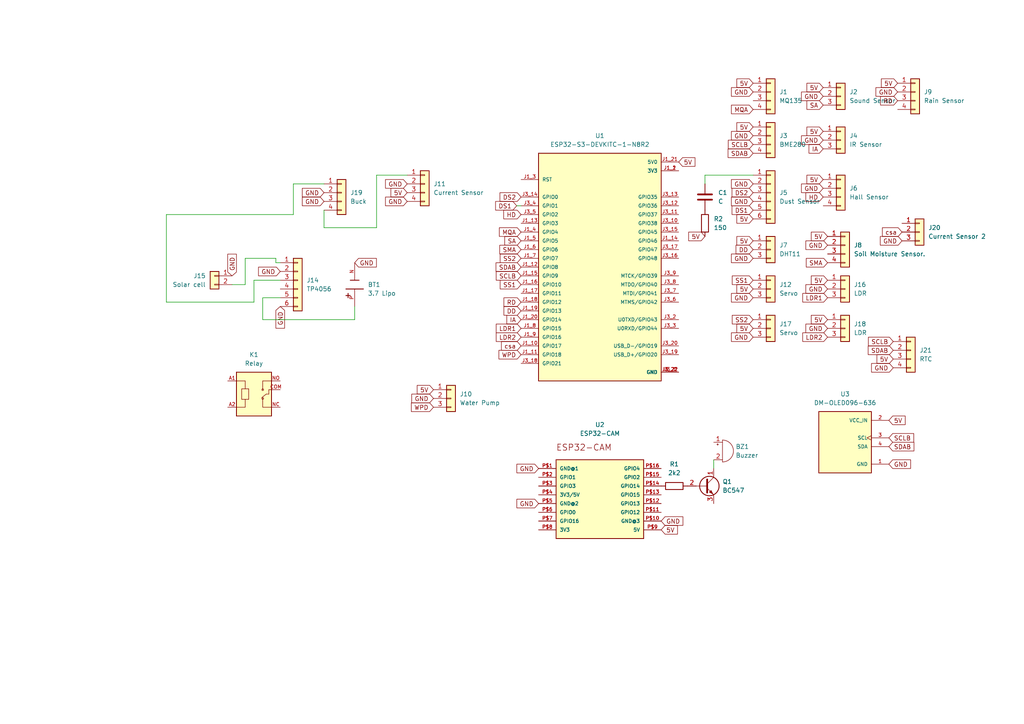
<source format=kicad_sch>
(kicad_sch
	(version 20250114)
	(generator "eeschema")
	(generator_version "9.0")
	(uuid "2d7a69fb-b301-4c45-8ba2-7f576703a0de")
	(paper "A4")
	(lib_symbols
		(symbol "BH-18650-PC:BH-18650-PC"
			(pin_names
				(offset 1.016)
			)
			(exclude_from_sim no)
			(in_bom yes)
			(on_board yes)
			(property "Reference" "BT"
				(at -3.81 3.81 0)
				(effects
					(font
						(size 1.27 1.27)
					)
					(justify left bottom)
				)
			)
			(property "Value" "BH-18650-PC"
				(at -3.81 -5.08 0)
				(effects
					(font
						(size 1.27 1.27)
					)
					(justify left bottom)
				)
			)
			(property "Footprint" "BH-18650-PC:BAT_BH-18650-PC"
				(at 0 0 0)
				(effects
					(font
						(size 1.27 1.27)
					)
					(justify bottom)
					(hide yes)
				)
			)
			(property "Datasheet" ""
				(at 0 0 0)
				(effects
					(font
						(size 1.27 1.27)
					)
					(hide yes)
				)
			)
			(property "Description" ""
				(at 0 0 0)
				(effects
					(font
						(size 1.27 1.27)
					)
					(hide yes)
				)
			)
			(property "MF" "MPD (Memory Protection Devices)"
				(at 0 0 0)
				(effects
					(font
						(size 1.27 1.27)
					)
					(justify bottom)
					(hide yes)
				)
			)
			(property "MAXIMUM_PACKAGE_HEIGHT" "21.31mm"
				(at 0 0 0)
				(effects
					(font
						(size 1.27 1.27)
					)
					(justify bottom)
					(hide yes)
				)
			)
			(property "Package" "None"
				(at 0 0 0)
				(effects
					(font
						(size 1.27 1.27)
					)
					(justify bottom)
					(hide yes)
				)
			)
			(property "Price" "None"
				(at 0 0 0)
				(effects
					(font
						(size 1.27 1.27)
					)
					(justify bottom)
					(hide yes)
				)
			)
			(property "Check_prices" "https://www.snapeda.com/parts/BH-18650-PC/MPD/view-part/?ref=eda"
				(at 0 0 0)
				(effects
					(font
						(size 1.27 1.27)
					)
					(justify bottom)
					(hide yes)
				)
			)
			(property "STANDARD" "Manufacturer Recommendation"
				(at 0 0 0)
				(effects
					(font
						(size 1.27 1.27)
					)
					(justify bottom)
					(hide yes)
				)
			)
			(property "PARTREV" "05/17/19"
				(at 0 0 0)
				(effects
					(font
						(size 1.27 1.27)
					)
					(justify bottom)
					(hide yes)
				)
			)
			(property "SnapEDA_Link" "https://www.snapeda.com/parts/BH-18650-PC/MPD/view-part/?ref=snap"
				(at 0 0 0)
				(effects
					(font
						(size 1.27 1.27)
					)
					(justify bottom)
					(hide yes)
				)
			)
			(property "MP" "BH-18650-PC"
				(at 0 0 0)
				(effects
					(font
						(size 1.27 1.27)
					)
					(justify bottom)
					(hide yes)
				)
			)
			(property "Description_1" "Battery Holder (Open) 18650 1 Cell PC Pin"
				(at 0 0 0)
				(effects
					(font
						(size 1.27 1.27)
					)
					(justify bottom)
					(hide yes)
				)
			)
			(property "Availability" "In Stock"
				(at 0 0 0)
				(effects
					(font
						(size 1.27 1.27)
					)
					(justify bottom)
					(hide yes)
				)
			)
			(property "MANUFACTURER" "MPD"
				(at 0 0 0)
				(effects
					(font
						(size 1.27 1.27)
					)
					(justify bottom)
					(hide yes)
				)
			)
			(symbol "BH-18650-PC_0_0"
				(polyline
					(pts
						(xy -5.08 1.905) (xy -3.81 1.905)
					)
					(stroke
						(width 0.254)
						(type default)
					)
					(fill
						(type none)
					)
				)
				(polyline
					(pts
						(xy -4.445 2.54) (xy -4.445 1.27)
					)
					(stroke
						(width 0.254)
						(type default)
					)
					(fill
						(type none)
					)
				)
				(polyline
					(pts
						(xy -2.54 2.54) (xy -2.54 -2.54)
					)
					(stroke
						(width 0.254)
						(type default)
					)
					(fill
						(type none)
					)
				)
				(polyline
					(pts
						(xy 0 1.27) (xy 0 -1.27)
					)
					(stroke
						(width 0.254)
						(type default)
					)
					(fill
						(type none)
					)
				)
				(pin passive line
					(at -7.62 0 0)
					(length 5.08)
					(name "~"
						(effects
							(font
								(size 1.016 1.016)
							)
						)
					)
					(number "P"
						(effects
							(font
								(size 1.016 1.016)
							)
						)
					)
				)
				(pin passive line
					(at 5.08 0 180)
					(length 5.08)
					(name "~"
						(effects
							(font
								(size 1.016 1.016)
							)
						)
					)
					(number "N"
						(effects
							(font
								(size 1.016 1.016)
							)
						)
					)
				)
			)
			(embedded_fonts no)
		)
		(symbol "Connector_Generic:Conn_01x02"
			(pin_names
				(offset 1.016)
				(hide yes)
			)
			(exclude_from_sim no)
			(in_bom yes)
			(on_board yes)
			(property "Reference" "J"
				(at 0 2.54 0)
				(effects
					(font
						(size 1.27 1.27)
					)
				)
			)
			(property "Value" "Conn_01x02"
				(at 0 -5.08 0)
				(effects
					(font
						(size 1.27 1.27)
					)
				)
			)
			(property "Footprint" ""
				(at 0 0 0)
				(effects
					(font
						(size 1.27 1.27)
					)
					(hide yes)
				)
			)
			(property "Datasheet" "~"
				(at 0 0 0)
				(effects
					(font
						(size 1.27 1.27)
					)
					(hide yes)
				)
			)
			(property "Description" "Generic connector, single row, 01x02, script generated (kicad-library-utils/schlib/autogen/connector/)"
				(at 0 0 0)
				(effects
					(font
						(size 1.27 1.27)
					)
					(hide yes)
				)
			)
			(property "ki_keywords" "connector"
				(at 0 0 0)
				(effects
					(font
						(size 1.27 1.27)
					)
					(hide yes)
				)
			)
			(property "ki_fp_filters" "Connector*:*_1x??_*"
				(at 0 0 0)
				(effects
					(font
						(size 1.27 1.27)
					)
					(hide yes)
				)
			)
			(symbol "Conn_01x02_1_1"
				(rectangle
					(start -1.27 1.27)
					(end 1.27 -3.81)
					(stroke
						(width 0.254)
						(type default)
					)
					(fill
						(type background)
					)
				)
				(rectangle
					(start -1.27 0.127)
					(end 0 -0.127)
					(stroke
						(width 0.1524)
						(type default)
					)
					(fill
						(type none)
					)
				)
				(rectangle
					(start -1.27 -2.413)
					(end 0 -2.667)
					(stroke
						(width 0.1524)
						(type default)
					)
					(fill
						(type none)
					)
				)
				(pin passive line
					(at -5.08 0 0)
					(length 3.81)
					(name "Pin_1"
						(effects
							(font
								(size 1.27 1.27)
							)
						)
					)
					(number "1"
						(effects
							(font
								(size 1.27 1.27)
							)
						)
					)
				)
				(pin passive line
					(at -5.08 -2.54 0)
					(length 3.81)
					(name "Pin_2"
						(effects
							(font
								(size 1.27 1.27)
							)
						)
					)
					(number "2"
						(effects
							(font
								(size 1.27 1.27)
							)
						)
					)
				)
			)
			(embedded_fonts no)
		)
		(symbol "Connector_Generic:Conn_01x03"
			(pin_names
				(offset 1.016)
				(hide yes)
			)
			(exclude_from_sim no)
			(in_bom yes)
			(on_board yes)
			(property "Reference" "J"
				(at 0 5.08 0)
				(effects
					(font
						(size 1.27 1.27)
					)
				)
			)
			(property "Value" "Conn_01x03"
				(at 0 -5.08 0)
				(effects
					(font
						(size 1.27 1.27)
					)
				)
			)
			(property "Footprint" ""
				(at 0 0 0)
				(effects
					(font
						(size 1.27 1.27)
					)
					(hide yes)
				)
			)
			(property "Datasheet" "~"
				(at 0 0 0)
				(effects
					(font
						(size 1.27 1.27)
					)
					(hide yes)
				)
			)
			(property "Description" "Generic connector, single row, 01x03, script generated (kicad-library-utils/schlib/autogen/connector/)"
				(at 0 0 0)
				(effects
					(font
						(size 1.27 1.27)
					)
					(hide yes)
				)
			)
			(property "ki_keywords" "connector"
				(at 0 0 0)
				(effects
					(font
						(size 1.27 1.27)
					)
					(hide yes)
				)
			)
			(property "ki_fp_filters" "Connector*:*_1x??_*"
				(at 0 0 0)
				(effects
					(font
						(size 1.27 1.27)
					)
					(hide yes)
				)
			)
			(symbol "Conn_01x03_1_1"
				(rectangle
					(start -1.27 3.81)
					(end 1.27 -3.81)
					(stroke
						(width 0.254)
						(type default)
					)
					(fill
						(type background)
					)
				)
				(rectangle
					(start -1.27 2.667)
					(end 0 2.413)
					(stroke
						(width 0.1524)
						(type default)
					)
					(fill
						(type none)
					)
				)
				(rectangle
					(start -1.27 0.127)
					(end 0 -0.127)
					(stroke
						(width 0.1524)
						(type default)
					)
					(fill
						(type none)
					)
				)
				(rectangle
					(start -1.27 -2.413)
					(end 0 -2.667)
					(stroke
						(width 0.1524)
						(type default)
					)
					(fill
						(type none)
					)
				)
				(pin passive line
					(at -5.08 2.54 0)
					(length 3.81)
					(name "Pin_1"
						(effects
							(font
								(size 1.27 1.27)
							)
						)
					)
					(number "1"
						(effects
							(font
								(size 1.27 1.27)
							)
						)
					)
				)
				(pin passive line
					(at -5.08 0 0)
					(length 3.81)
					(name "Pin_2"
						(effects
							(font
								(size 1.27 1.27)
							)
						)
					)
					(number "2"
						(effects
							(font
								(size 1.27 1.27)
							)
						)
					)
				)
				(pin passive line
					(at -5.08 -2.54 0)
					(length 3.81)
					(name "Pin_3"
						(effects
							(font
								(size 1.27 1.27)
							)
						)
					)
					(number "3"
						(effects
							(font
								(size 1.27 1.27)
							)
						)
					)
				)
			)
			(embedded_fonts no)
		)
		(symbol "Connector_Generic:Conn_01x04"
			(pin_names
				(offset 1.016)
				(hide yes)
			)
			(exclude_from_sim no)
			(in_bom yes)
			(on_board yes)
			(property "Reference" "J"
				(at 0 5.08 0)
				(effects
					(font
						(size 1.27 1.27)
					)
				)
			)
			(property "Value" "Conn_01x04"
				(at 0 -7.62 0)
				(effects
					(font
						(size 1.27 1.27)
					)
				)
			)
			(property "Footprint" ""
				(at 0 0 0)
				(effects
					(font
						(size 1.27 1.27)
					)
					(hide yes)
				)
			)
			(property "Datasheet" "~"
				(at 0 0 0)
				(effects
					(font
						(size 1.27 1.27)
					)
					(hide yes)
				)
			)
			(property "Description" "Generic connector, single row, 01x04, script generated (kicad-library-utils/schlib/autogen/connector/)"
				(at 0 0 0)
				(effects
					(font
						(size 1.27 1.27)
					)
					(hide yes)
				)
			)
			(property "ki_keywords" "connector"
				(at 0 0 0)
				(effects
					(font
						(size 1.27 1.27)
					)
					(hide yes)
				)
			)
			(property "ki_fp_filters" "Connector*:*_1x??_*"
				(at 0 0 0)
				(effects
					(font
						(size 1.27 1.27)
					)
					(hide yes)
				)
			)
			(symbol "Conn_01x04_1_1"
				(rectangle
					(start -1.27 3.81)
					(end 1.27 -6.35)
					(stroke
						(width 0.254)
						(type default)
					)
					(fill
						(type background)
					)
				)
				(rectangle
					(start -1.27 2.667)
					(end 0 2.413)
					(stroke
						(width 0.1524)
						(type default)
					)
					(fill
						(type none)
					)
				)
				(rectangle
					(start -1.27 0.127)
					(end 0 -0.127)
					(stroke
						(width 0.1524)
						(type default)
					)
					(fill
						(type none)
					)
				)
				(rectangle
					(start -1.27 -2.413)
					(end 0 -2.667)
					(stroke
						(width 0.1524)
						(type default)
					)
					(fill
						(type none)
					)
				)
				(rectangle
					(start -1.27 -4.953)
					(end 0 -5.207)
					(stroke
						(width 0.1524)
						(type default)
					)
					(fill
						(type none)
					)
				)
				(pin passive line
					(at -5.08 2.54 0)
					(length 3.81)
					(name "Pin_1"
						(effects
							(font
								(size 1.27 1.27)
							)
						)
					)
					(number "1"
						(effects
							(font
								(size 1.27 1.27)
							)
						)
					)
				)
				(pin passive line
					(at -5.08 0 0)
					(length 3.81)
					(name "Pin_2"
						(effects
							(font
								(size 1.27 1.27)
							)
						)
					)
					(number "2"
						(effects
							(font
								(size 1.27 1.27)
							)
						)
					)
				)
				(pin passive line
					(at -5.08 -2.54 0)
					(length 3.81)
					(name "Pin_3"
						(effects
							(font
								(size 1.27 1.27)
							)
						)
					)
					(number "3"
						(effects
							(font
								(size 1.27 1.27)
							)
						)
					)
				)
				(pin passive line
					(at -5.08 -5.08 0)
					(length 3.81)
					(name "Pin_4"
						(effects
							(font
								(size 1.27 1.27)
							)
						)
					)
					(number "4"
						(effects
							(font
								(size 1.27 1.27)
							)
						)
					)
				)
			)
			(embedded_fonts no)
		)
		(symbol "Connector_Generic:Conn_01x06"
			(pin_names
				(offset 1.016)
				(hide yes)
			)
			(exclude_from_sim no)
			(in_bom yes)
			(on_board yes)
			(property "Reference" "J"
				(at 0 7.62 0)
				(effects
					(font
						(size 1.27 1.27)
					)
				)
			)
			(property "Value" "Conn_01x06"
				(at 0 -10.16 0)
				(effects
					(font
						(size 1.27 1.27)
					)
				)
			)
			(property "Footprint" ""
				(at 0 0 0)
				(effects
					(font
						(size 1.27 1.27)
					)
					(hide yes)
				)
			)
			(property "Datasheet" "~"
				(at 0 0 0)
				(effects
					(font
						(size 1.27 1.27)
					)
					(hide yes)
				)
			)
			(property "Description" "Generic connector, single row, 01x06, script generated (kicad-library-utils/schlib/autogen/connector/)"
				(at 0 0 0)
				(effects
					(font
						(size 1.27 1.27)
					)
					(hide yes)
				)
			)
			(property "ki_keywords" "connector"
				(at 0 0 0)
				(effects
					(font
						(size 1.27 1.27)
					)
					(hide yes)
				)
			)
			(property "ki_fp_filters" "Connector*:*_1x??_*"
				(at 0 0 0)
				(effects
					(font
						(size 1.27 1.27)
					)
					(hide yes)
				)
			)
			(symbol "Conn_01x06_1_1"
				(rectangle
					(start -1.27 6.35)
					(end 1.27 -8.89)
					(stroke
						(width 0.254)
						(type default)
					)
					(fill
						(type background)
					)
				)
				(rectangle
					(start -1.27 5.207)
					(end 0 4.953)
					(stroke
						(width 0.1524)
						(type default)
					)
					(fill
						(type none)
					)
				)
				(rectangle
					(start -1.27 2.667)
					(end 0 2.413)
					(stroke
						(width 0.1524)
						(type default)
					)
					(fill
						(type none)
					)
				)
				(rectangle
					(start -1.27 0.127)
					(end 0 -0.127)
					(stroke
						(width 0.1524)
						(type default)
					)
					(fill
						(type none)
					)
				)
				(rectangle
					(start -1.27 -2.413)
					(end 0 -2.667)
					(stroke
						(width 0.1524)
						(type default)
					)
					(fill
						(type none)
					)
				)
				(rectangle
					(start -1.27 -4.953)
					(end 0 -5.207)
					(stroke
						(width 0.1524)
						(type default)
					)
					(fill
						(type none)
					)
				)
				(rectangle
					(start -1.27 -7.493)
					(end 0 -7.747)
					(stroke
						(width 0.1524)
						(type default)
					)
					(fill
						(type none)
					)
				)
				(pin passive line
					(at -5.08 5.08 0)
					(length 3.81)
					(name "Pin_1"
						(effects
							(font
								(size 1.27 1.27)
							)
						)
					)
					(number "1"
						(effects
							(font
								(size 1.27 1.27)
							)
						)
					)
				)
				(pin passive line
					(at -5.08 2.54 0)
					(length 3.81)
					(name "Pin_2"
						(effects
							(font
								(size 1.27 1.27)
							)
						)
					)
					(number "2"
						(effects
							(font
								(size 1.27 1.27)
							)
						)
					)
				)
				(pin passive line
					(at -5.08 0 0)
					(length 3.81)
					(name "Pin_3"
						(effects
							(font
								(size 1.27 1.27)
							)
						)
					)
					(number "3"
						(effects
							(font
								(size 1.27 1.27)
							)
						)
					)
				)
				(pin passive line
					(at -5.08 -2.54 0)
					(length 3.81)
					(name "Pin_4"
						(effects
							(font
								(size 1.27 1.27)
							)
						)
					)
					(number "4"
						(effects
							(font
								(size 1.27 1.27)
							)
						)
					)
				)
				(pin passive line
					(at -5.08 -5.08 0)
					(length 3.81)
					(name "Pin_5"
						(effects
							(font
								(size 1.27 1.27)
							)
						)
					)
					(number "5"
						(effects
							(font
								(size 1.27 1.27)
							)
						)
					)
				)
				(pin passive line
					(at -5.08 -7.62 0)
					(length 3.81)
					(name "Pin_6"
						(effects
							(font
								(size 1.27 1.27)
							)
						)
					)
					(number "6"
						(effects
							(font
								(size 1.27 1.27)
							)
						)
					)
				)
			)
			(embedded_fonts no)
		)
		(symbol "DM-OLED096-636:DM-OLED096-636"
			(pin_names
				(offset 1.016)
			)
			(exclude_from_sim no)
			(in_bom yes)
			(on_board yes)
			(property "Reference" "U"
				(at -7.62 10.922 0)
				(effects
					(font
						(size 1.27 1.27)
					)
					(justify left bottom)
				)
			)
			(property "Value" "DM-OLED096-636"
				(at -7.62 -10.16 0)
				(effects
					(font
						(size 1.27 1.27)
					)
					(justify left bottom)
				)
			)
			(property "Footprint" "DM-OLED096-636:MODULE_DM-OLED096-636"
				(at 0 0 0)
				(effects
					(font
						(size 1.27 1.27)
					)
					(justify bottom)
					(hide yes)
				)
			)
			(property "Datasheet" ""
				(at 0 0 0)
				(effects
					(font
						(size 1.27 1.27)
					)
					(hide yes)
				)
			)
			(property "Description" ""
				(at 0 0 0)
				(effects
					(font
						(size 1.27 1.27)
					)
					(hide yes)
				)
			)
			(property "MF" "Display Module"
				(at 0 0 0)
				(effects
					(font
						(size 1.27 1.27)
					)
					(justify bottom)
					(hide yes)
				)
			)
			(property "MAXIMUM_PACKAGE_HEIGHT" "11.3 mm"
				(at 0 0 0)
				(effects
					(font
						(size 1.27 1.27)
					)
					(justify bottom)
					(hide yes)
				)
			)
			(property "Package" "Package"
				(at 0 0 0)
				(effects
					(font
						(size 1.27 1.27)
					)
					(justify bottom)
					(hide yes)
				)
			)
			(property "Price" "None"
				(at 0 0 0)
				(effects
					(font
						(size 1.27 1.27)
					)
					(justify bottom)
					(hide yes)
				)
			)
			(property "Check_prices" "https://www.snapeda.com/parts/DM-OLED096-636/Display+Module/view-part/?ref=eda"
				(at 0 0 0)
				(effects
					(font
						(size 1.27 1.27)
					)
					(justify bottom)
					(hide yes)
				)
			)
			(property "STANDARD" "Manufacturer Recommendations"
				(at 0 0 0)
				(effects
					(font
						(size 1.27 1.27)
					)
					(justify bottom)
					(hide yes)
				)
			)
			(property "PARTREV" "2018-09-10"
				(at 0 0 0)
				(effects
					(font
						(size 1.27 1.27)
					)
					(justify bottom)
					(hide yes)
				)
			)
			(property "SnapEDA_Link" "https://www.snapeda.com/parts/DM-OLED096-636/Display+Module/view-part/?ref=snap"
				(at 0 0 0)
				(effects
					(font
						(size 1.27 1.27)
					)
					(justify bottom)
					(hide yes)
				)
			)
			(property "MP" "DM-OLED096-636"
				(at 0 0 0)
				(effects
					(font
						(size 1.27 1.27)
					)
					(justify bottom)
					(hide yes)
				)
			)
			(property "Description_1" "0.96” 128 X 64 MONOCHROME GRAPHIC OLED DISPLAY MODULE - I2C"
				(at 0 0 0)
				(effects
					(font
						(size 1.27 1.27)
					)
					(justify bottom)
					(hide yes)
				)
			)
			(property "Availability" "Not in stock"
				(at 0 0 0)
				(effects
					(font
						(size 1.27 1.27)
					)
					(justify bottom)
					(hide yes)
				)
			)
			(property "MANUFACTURER" "Displaymodule"
				(at 0 0 0)
				(effects
					(font
						(size 1.27 1.27)
					)
					(justify bottom)
					(hide yes)
				)
			)
			(symbol "DM-OLED096-636_0_0"
				(rectangle
					(start -7.62 -7.62)
					(end 7.62 10.16)
					(stroke
						(width 0.254)
						(type default)
					)
					(fill
						(type background)
					)
				)
				(pin power_in line
					(at 12.7 7.62 180)
					(length 5.08)
					(name "VCC_IN"
						(effects
							(font
								(size 1.016 1.016)
							)
						)
					)
					(number "2"
						(effects
							(font
								(size 1.016 1.016)
							)
						)
					)
				)
				(pin input clock
					(at 12.7 2.54 180)
					(length 5.08)
					(name "SCL"
						(effects
							(font
								(size 1.016 1.016)
							)
						)
					)
					(number "3"
						(effects
							(font
								(size 1.016 1.016)
							)
						)
					)
				)
				(pin bidirectional line
					(at 12.7 0 180)
					(length 5.08)
					(name "SDA"
						(effects
							(font
								(size 1.016 1.016)
							)
						)
					)
					(number "4"
						(effects
							(font
								(size 1.016 1.016)
							)
						)
					)
				)
				(pin power_in line
					(at 12.7 -5.08 180)
					(length 5.08)
					(name "GND"
						(effects
							(font
								(size 1.016 1.016)
							)
						)
					)
					(number "1"
						(effects
							(font
								(size 1.016 1.016)
							)
						)
					)
				)
			)
			(embedded_fonts no)
		)
		(symbol "Device:Buzzer"
			(pin_names
				(offset 0.0254)
				(hide yes)
			)
			(exclude_from_sim no)
			(in_bom yes)
			(on_board yes)
			(property "Reference" "BZ"
				(at 3.81 1.27 0)
				(effects
					(font
						(size 1.27 1.27)
					)
					(justify left)
				)
			)
			(property "Value" "Buzzer"
				(at 3.81 -1.27 0)
				(effects
					(font
						(size 1.27 1.27)
					)
					(justify left)
				)
			)
			(property "Footprint" ""
				(at -0.635 2.54 90)
				(effects
					(font
						(size 1.27 1.27)
					)
					(hide yes)
				)
			)
			(property "Datasheet" "~"
				(at -0.635 2.54 90)
				(effects
					(font
						(size 1.27 1.27)
					)
					(hide yes)
				)
			)
			(property "Description" "Buzzer, polarized"
				(at 0 0 0)
				(effects
					(font
						(size 1.27 1.27)
					)
					(hide yes)
				)
			)
			(property "ki_keywords" "quartz resonator ceramic"
				(at 0 0 0)
				(effects
					(font
						(size 1.27 1.27)
					)
					(hide yes)
				)
			)
			(property "ki_fp_filters" "*Buzzer*"
				(at 0 0 0)
				(effects
					(font
						(size 1.27 1.27)
					)
					(hide yes)
				)
			)
			(symbol "Buzzer_0_1"
				(polyline
					(pts
						(xy -1.651 1.905) (xy -1.143 1.905)
					)
					(stroke
						(width 0)
						(type default)
					)
					(fill
						(type none)
					)
				)
				(polyline
					(pts
						(xy -1.397 2.159) (xy -1.397 1.651)
					)
					(stroke
						(width 0)
						(type default)
					)
					(fill
						(type none)
					)
				)
				(arc
					(start 0 3.175)
					(mid 3.1612 0)
					(end 0 -3.175)
					(stroke
						(width 0)
						(type default)
					)
					(fill
						(type none)
					)
				)
				(polyline
					(pts
						(xy 0 3.175) (xy 0 -3.175)
					)
					(stroke
						(width 0)
						(type default)
					)
					(fill
						(type none)
					)
				)
			)
			(symbol "Buzzer_1_1"
				(pin passive line
					(at -2.54 2.54 0)
					(length 2.54)
					(name "+"
						(effects
							(font
								(size 1.27 1.27)
							)
						)
					)
					(number "1"
						(effects
							(font
								(size 1.27 1.27)
							)
						)
					)
				)
				(pin passive line
					(at -2.54 -2.54 0)
					(length 2.54)
					(name "-"
						(effects
							(font
								(size 1.27 1.27)
							)
						)
					)
					(number "2"
						(effects
							(font
								(size 1.27 1.27)
							)
						)
					)
				)
			)
			(embedded_fonts no)
		)
		(symbol "Device:C"
			(pin_numbers
				(hide yes)
			)
			(pin_names
				(offset 0.254)
			)
			(exclude_from_sim no)
			(in_bom yes)
			(on_board yes)
			(property "Reference" "C"
				(at 0.635 2.54 0)
				(effects
					(font
						(size 1.27 1.27)
					)
					(justify left)
				)
			)
			(property "Value" "C"
				(at 0.635 -2.54 0)
				(effects
					(font
						(size 1.27 1.27)
					)
					(justify left)
				)
			)
			(property "Footprint" ""
				(at 0.9652 -3.81 0)
				(effects
					(font
						(size 1.27 1.27)
					)
					(hide yes)
				)
			)
			(property "Datasheet" "~"
				(at 0 0 0)
				(effects
					(font
						(size 1.27 1.27)
					)
					(hide yes)
				)
			)
			(property "Description" "Unpolarized capacitor"
				(at 0 0 0)
				(effects
					(font
						(size 1.27 1.27)
					)
					(hide yes)
				)
			)
			(property "ki_keywords" "cap capacitor"
				(at 0 0 0)
				(effects
					(font
						(size 1.27 1.27)
					)
					(hide yes)
				)
			)
			(property "ki_fp_filters" "C_*"
				(at 0 0 0)
				(effects
					(font
						(size 1.27 1.27)
					)
					(hide yes)
				)
			)
			(symbol "C_0_1"
				(polyline
					(pts
						(xy -2.032 0.762) (xy 2.032 0.762)
					)
					(stroke
						(width 0.508)
						(type default)
					)
					(fill
						(type none)
					)
				)
				(polyline
					(pts
						(xy -2.032 -0.762) (xy 2.032 -0.762)
					)
					(stroke
						(width 0.508)
						(type default)
					)
					(fill
						(type none)
					)
				)
			)
			(symbol "C_1_1"
				(pin passive line
					(at 0 3.81 270)
					(length 2.794)
					(name "~"
						(effects
							(font
								(size 1.27 1.27)
							)
						)
					)
					(number "1"
						(effects
							(font
								(size 1.27 1.27)
							)
						)
					)
				)
				(pin passive line
					(at 0 -3.81 90)
					(length 2.794)
					(name "~"
						(effects
							(font
								(size 1.27 1.27)
							)
						)
					)
					(number "2"
						(effects
							(font
								(size 1.27 1.27)
							)
						)
					)
				)
			)
			(embedded_fonts no)
		)
		(symbol "Device:R"
			(pin_numbers
				(hide yes)
			)
			(pin_names
				(offset 0)
			)
			(exclude_from_sim no)
			(in_bom yes)
			(on_board yes)
			(property "Reference" "R"
				(at 2.032 0 90)
				(effects
					(font
						(size 1.27 1.27)
					)
				)
			)
			(property "Value" "R"
				(at 0 0 90)
				(effects
					(font
						(size 1.27 1.27)
					)
				)
			)
			(property "Footprint" ""
				(at -1.778 0 90)
				(effects
					(font
						(size 1.27 1.27)
					)
					(hide yes)
				)
			)
			(property "Datasheet" "~"
				(at 0 0 0)
				(effects
					(font
						(size 1.27 1.27)
					)
					(hide yes)
				)
			)
			(property "Description" "Resistor"
				(at 0 0 0)
				(effects
					(font
						(size 1.27 1.27)
					)
					(hide yes)
				)
			)
			(property "ki_keywords" "R res resistor"
				(at 0 0 0)
				(effects
					(font
						(size 1.27 1.27)
					)
					(hide yes)
				)
			)
			(property "ki_fp_filters" "R_*"
				(at 0 0 0)
				(effects
					(font
						(size 1.27 1.27)
					)
					(hide yes)
				)
			)
			(symbol "R_0_1"
				(rectangle
					(start -1.016 -2.54)
					(end 1.016 2.54)
					(stroke
						(width 0.254)
						(type default)
					)
					(fill
						(type none)
					)
				)
			)
			(symbol "R_1_1"
				(pin passive line
					(at 0 3.81 270)
					(length 1.27)
					(name "~"
						(effects
							(font
								(size 1.27 1.27)
							)
						)
					)
					(number "1"
						(effects
							(font
								(size 1.27 1.27)
							)
						)
					)
				)
				(pin passive line
					(at 0 -3.81 90)
					(length 1.27)
					(name "~"
						(effects
							(font
								(size 1.27 1.27)
							)
						)
					)
					(number "2"
						(effects
							(font
								(size 1.27 1.27)
							)
						)
					)
				)
			)
			(embedded_fonts no)
		)
		(symbol "ESP32-CAM:ESP32-CAM"
			(pin_names
				(offset 1.016)
			)
			(exclude_from_sim no)
			(in_bom yes)
			(on_board yes)
			(property "Reference" "U"
				(at 0 0 0)
				(effects
					(font
						(size 1.27 1.27)
					)
					(justify bottom)
				)
			)
			(property "Value" "ESP32-CAM"
				(at 0 0 0)
				(effects
					(font
						(size 1.27 1.27)
					)
					(justify bottom)
				)
			)
			(property "Footprint" "ESP32-CAM:ESP32-CAM"
				(at 0 0 0)
				(effects
					(font
						(size 1.27 1.27)
					)
					(justify bottom)
					(hide yes)
				)
			)
			(property "Datasheet" ""
				(at 0 0 0)
				(effects
					(font
						(size 1.27 1.27)
					)
					(hide yes)
				)
			)
			(property "Description" ""
				(at 0 0 0)
				(effects
					(font
						(size 1.27 1.27)
					)
					(hide yes)
				)
			)
			(property "MF" "AI-Thinker"
				(at 0 0 0)
				(effects
					(font
						(size 1.27 1.27)
					)
					(justify bottom)
					(hide yes)
				)
			)
			(property "Description_1" "ESP32 ESP32 Transceiver; 802.11 a/b/g/n (Wi-Fi, WiFi, WLAN), Bluetooth® Smart 4.x Low Energy (BLE) Evaluation Board"
				(at 0 0 0)
				(effects
					(font
						(size 1.27 1.27)
					)
					(justify bottom)
					(hide yes)
				)
			)
			(property "Package" "None"
				(at 0 0 0)
				(effects
					(font
						(size 1.27 1.27)
					)
					(justify bottom)
					(hide yes)
				)
			)
			(property "Price" "None"
				(at 0 0 0)
				(effects
					(font
						(size 1.27 1.27)
					)
					(justify bottom)
					(hide yes)
				)
			)
			(property "SnapEDA_Link" "https://www.snapeda.com/parts/ESP32-CAM/AI-Thinker/view-part/?ref=snap"
				(at 0 0 0)
				(effects
					(font
						(size 1.27 1.27)
					)
					(justify bottom)
					(hide yes)
				)
			)
			(property "MP" "ESP32-CAM"
				(at 0 0 0)
				(effects
					(font
						(size 1.27 1.27)
					)
					(justify bottom)
					(hide yes)
				)
			)
			(property "Availability" "Not in stock"
				(at 0 0 0)
				(effects
					(font
						(size 1.27 1.27)
					)
					(justify bottom)
					(hide yes)
				)
			)
			(property "Check_prices" "https://www.snapeda.com/parts/ESP32-CAM/AI-Thinker/view-part/?ref=eda"
				(at 0 0 0)
				(effects
					(font
						(size 1.27 1.27)
					)
					(justify bottom)
					(hide yes)
				)
			)
			(symbol "ESP32-CAM_0_0"
				(rectangle
					(start -12.7 -10.16)
					(end 12.7 12.7)
					(stroke
						(width 0.254)
						(type default)
					)
					(fill
						(type background)
					)
				)
				(text "ESP32-CAM"
					(at -12.7 15.24 0)
					(effects
						(font
							(size 1.778 1.778)
						)
						(justify left bottom)
					)
				)
				(pin bidirectional line
					(at -17.78 10.16 0)
					(length 5.08)
					(name "GND@1"
						(effects
							(font
								(size 1.016 1.016)
							)
						)
					)
					(number "P$1"
						(effects
							(font
								(size 1.016 1.016)
							)
						)
					)
				)
				(pin bidirectional line
					(at -17.78 7.62 0)
					(length 5.08)
					(name "GPIO1"
						(effects
							(font
								(size 1.016 1.016)
							)
						)
					)
					(number "P$2"
						(effects
							(font
								(size 1.016 1.016)
							)
						)
					)
				)
				(pin bidirectional line
					(at -17.78 5.08 0)
					(length 5.08)
					(name "GPIO3"
						(effects
							(font
								(size 1.016 1.016)
							)
						)
					)
					(number "P$3"
						(effects
							(font
								(size 1.016 1.016)
							)
						)
					)
				)
				(pin bidirectional line
					(at -17.78 2.54 0)
					(length 5.08)
					(name "3V3/5V"
						(effects
							(font
								(size 1.016 1.016)
							)
						)
					)
					(number "P$4"
						(effects
							(font
								(size 1.016 1.016)
							)
						)
					)
				)
				(pin bidirectional line
					(at -17.78 0 0)
					(length 5.08)
					(name "GND@2"
						(effects
							(font
								(size 1.016 1.016)
							)
						)
					)
					(number "P$5"
						(effects
							(font
								(size 1.016 1.016)
							)
						)
					)
				)
				(pin bidirectional line
					(at -17.78 -2.54 0)
					(length 5.08)
					(name "GPIO0"
						(effects
							(font
								(size 1.016 1.016)
							)
						)
					)
					(number "P$6"
						(effects
							(font
								(size 1.016 1.016)
							)
						)
					)
				)
				(pin bidirectional line
					(at -17.78 -5.08 0)
					(length 5.08)
					(name "GPIO16"
						(effects
							(font
								(size 1.016 1.016)
							)
						)
					)
					(number "P$7"
						(effects
							(font
								(size 1.016 1.016)
							)
						)
					)
				)
				(pin bidirectional line
					(at -17.78 -7.62 0)
					(length 5.08)
					(name "3V3"
						(effects
							(font
								(size 1.016 1.016)
							)
						)
					)
					(number "P$8"
						(effects
							(font
								(size 1.016 1.016)
							)
						)
					)
				)
				(pin bidirectional line
					(at 17.78 10.16 180)
					(length 5.08)
					(name "GPIO4"
						(effects
							(font
								(size 1.016 1.016)
							)
						)
					)
					(number "P$16"
						(effects
							(font
								(size 1.016 1.016)
							)
						)
					)
				)
				(pin bidirectional line
					(at 17.78 7.62 180)
					(length 5.08)
					(name "GPIO2"
						(effects
							(font
								(size 1.016 1.016)
							)
						)
					)
					(number "P$15"
						(effects
							(font
								(size 1.016 1.016)
							)
						)
					)
				)
				(pin bidirectional line
					(at 17.78 5.08 180)
					(length 5.08)
					(name "GPIO14"
						(effects
							(font
								(size 1.016 1.016)
							)
						)
					)
					(number "P$14"
						(effects
							(font
								(size 1.016 1.016)
							)
						)
					)
				)
				(pin bidirectional line
					(at 17.78 2.54 180)
					(length 5.08)
					(name "GPIO15"
						(effects
							(font
								(size 1.016 1.016)
							)
						)
					)
					(number "P$13"
						(effects
							(font
								(size 1.016 1.016)
							)
						)
					)
				)
				(pin bidirectional line
					(at 17.78 0 180)
					(length 5.08)
					(name "GPIO13"
						(effects
							(font
								(size 1.016 1.016)
							)
						)
					)
					(number "P$12"
						(effects
							(font
								(size 1.016 1.016)
							)
						)
					)
				)
				(pin bidirectional line
					(at 17.78 -2.54 180)
					(length 5.08)
					(name "GPIO12"
						(effects
							(font
								(size 1.016 1.016)
							)
						)
					)
					(number "P$11"
						(effects
							(font
								(size 1.016 1.016)
							)
						)
					)
				)
				(pin bidirectional line
					(at 17.78 -5.08 180)
					(length 5.08)
					(name "GND@3"
						(effects
							(font
								(size 1.016 1.016)
							)
						)
					)
					(number "P$10"
						(effects
							(font
								(size 1.016 1.016)
							)
						)
					)
				)
				(pin bidirectional line
					(at 17.78 -7.62 180)
					(length 5.08)
					(name "5V"
						(effects
							(font
								(size 1.016 1.016)
							)
						)
					)
					(number "P$9"
						(effects
							(font
								(size 1.016 1.016)
							)
						)
					)
				)
			)
			(embedded_fonts no)
		)
		(symbol "ESP32-S3-DEVKITC-1-N8R2:ESP32-S3-DEVKITC-1-N8R2"
			(pin_names
				(offset 1.016)
			)
			(exclude_from_sim no)
			(in_bom yes)
			(on_board yes)
			(property "Reference" "U"
				(at -17.78 35.56 0)
				(effects
					(font
						(size 1.27 1.27)
					)
					(justify left top)
				)
			)
			(property "Value" "ESP32-S3-DEVKITC-1-N8R2"
				(at -17.78 -35.56 0)
				(effects
					(font
						(size 1.27 1.27)
					)
					(justify left bottom)
				)
			)
			(property "Footprint" "ESP32-S3-DEVKITC-1-N8R2:XCVR_ESP32-S3-DEVKITC-1-N8R2"
				(at 0 0 0)
				(effects
					(font
						(size 1.27 1.27)
					)
					(justify bottom)
					(hide yes)
				)
			)
			(property "Datasheet" ""
				(at 0 0 0)
				(effects
					(font
						(size 1.27 1.27)
					)
					(hide yes)
				)
			)
			(property "Description" ""
				(at 0 0 0)
				(effects
					(font
						(size 1.27 1.27)
					)
					(hide yes)
				)
			)
			(property "MF" "Espressif Systems"
				(at 0 0 0)
				(effects
					(font
						(size 1.27 1.27)
					)
					(justify bottom)
					(hide yes)
				)
			)
			(property "Description_1" "WiFi Development Tools - 802.11 ESP32-S3 general-purpose development board, embeds ESP32-S3-WROOM-1-N8R2, with pin header"
				(at 0 0 0)
				(effects
					(font
						(size 1.27 1.27)
					)
					(justify bottom)
					(hide yes)
				)
			)
			(property "Package" "None"
				(at 0 0 0)
				(effects
					(font
						(size 1.27 1.27)
					)
					(justify bottom)
					(hide yes)
				)
			)
			(property "Price" "None"
				(at 0 0 0)
				(effects
					(font
						(size 1.27 1.27)
					)
					(justify bottom)
					(hide yes)
				)
			)
			(property "Check_prices" "https://www.snapeda.com/parts/ESP32-S3-DEVKITC-1-N8R2/Espressif+Systems/view-part/?ref=eda"
				(at 0 0 0)
				(effects
					(font
						(size 1.27 1.27)
					)
					(justify bottom)
					(hide yes)
				)
			)
			(property "STANDARD" "Manufacturer Recommendations"
				(at 0 0 0)
				(effects
					(font
						(size 1.27 1.27)
					)
					(justify bottom)
					(hide yes)
				)
			)
			(property "PARTREV" "V1"
				(at 0 0 0)
				(effects
					(font
						(size 1.27 1.27)
					)
					(justify bottom)
					(hide yes)
				)
			)
			(property "SnapEDA_Link" "https://www.snapeda.com/parts/ESP32-S3-DEVKITC-1-N8R2/Espressif+Systems/view-part/?ref=snap"
				(at 0 0 0)
				(effects
					(font
						(size 1.27 1.27)
					)
					(justify bottom)
					(hide yes)
				)
			)
			(property "MP" "ESP32-S3-DEVKITC-1-N8R2"
				(at 0 0 0)
				(effects
					(font
						(size 1.27 1.27)
					)
					(justify bottom)
					(hide yes)
				)
			)
			(property "Availability" "In Stock"
				(at 0 0 0)
				(effects
					(font
						(size 1.27 1.27)
					)
					(justify bottom)
					(hide yes)
				)
			)
			(property "MANUFACTURER" "Espressif"
				(at 0 0 0)
				(effects
					(font
						(size 1.27 1.27)
					)
					(justify bottom)
					(hide yes)
				)
			)
			(symbol "ESP32-S3-DEVKITC-1-N8R2_0_0"
				(rectangle
					(start -17.78 -33.02)
					(end 17.78 33.02)
					(stroke
						(width 0.254)
						(type default)
					)
					(fill
						(type background)
					)
				)
				(pin input line
					(at -22.86 25.4 0)
					(length 5.08)
					(name "RST"
						(effects
							(font
								(size 1.016 1.016)
							)
						)
					)
					(number "J1_3"
						(effects
							(font
								(size 1.016 1.016)
							)
						)
					)
				)
				(pin bidirectional line
					(at -22.86 20.32 0)
					(length 5.08)
					(name "GPIO0"
						(effects
							(font
								(size 1.016 1.016)
							)
						)
					)
					(number "J3_14"
						(effects
							(font
								(size 1.016 1.016)
							)
						)
					)
				)
				(pin bidirectional line
					(at -22.86 17.78 0)
					(length 5.08)
					(name "GPIO1"
						(effects
							(font
								(size 1.016 1.016)
							)
						)
					)
					(number "J3_4"
						(effects
							(font
								(size 1.016 1.016)
							)
						)
					)
				)
				(pin bidirectional line
					(at -22.86 15.24 0)
					(length 5.08)
					(name "GPIO2"
						(effects
							(font
								(size 1.016 1.016)
							)
						)
					)
					(number "J3_5"
						(effects
							(font
								(size 1.016 1.016)
							)
						)
					)
				)
				(pin bidirectional line
					(at -22.86 12.7 0)
					(length 5.08)
					(name "GPIO3"
						(effects
							(font
								(size 1.016 1.016)
							)
						)
					)
					(number "J1_13"
						(effects
							(font
								(size 1.016 1.016)
							)
						)
					)
				)
				(pin bidirectional line
					(at -22.86 10.16 0)
					(length 5.08)
					(name "GPIO4"
						(effects
							(font
								(size 1.016 1.016)
							)
						)
					)
					(number "J1_4"
						(effects
							(font
								(size 1.016 1.016)
							)
						)
					)
				)
				(pin bidirectional line
					(at -22.86 7.62 0)
					(length 5.08)
					(name "GPIO5"
						(effects
							(font
								(size 1.016 1.016)
							)
						)
					)
					(number "J1_5"
						(effects
							(font
								(size 1.016 1.016)
							)
						)
					)
				)
				(pin bidirectional line
					(at -22.86 5.08 0)
					(length 5.08)
					(name "GPIO6"
						(effects
							(font
								(size 1.016 1.016)
							)
						)
					)
					(number "J1_6"
						(effects
							(font
								(size 1.016 1.016)
							)
						)
					)
				)
				(pin bidirectional line
					(at -22.86 2.54 0)
					(length 5.08)
					(name "GPIO7"
						(effects
							(font
								(size 1.016 1.016)
							)
						)
					)
					(number "J1_7"
						(effects
							(font
								(size 1.016 1.016)
							)
						)
					)
				)
				(pin bidirectional line
					(at -22.86 0 0)
					(length 5.08)
					(name "GPIO8"
						(effects
							(font
								(size 1.016 1.016)
							)
						)
					)
					(number "J1_12"
						(effects
							(font
								(size 1.016 1.016)
							)
						)
					)
				)
				(pin bidirectional line
					(at -22.86 -2.54 0)
					(length 5.08)
					(name "GPIO9"
						(effects
							(font
								(size 1.016 1.016)
							)
						)
					)
					(number "J1_15"
						(effects
							(font
								(size 1.016 1.016)
							)
						)
					)
				)
				(pin bidirectional line
					(at -22.86 -5.08 0)
					(length 5.08)
					(name "GPIO10"
						(effects
							(font
								(size 1.016 1.016)
							)
						)
					)
					(number "J1_16"
						(effects
							(font
								(size 1.016 1.016)
							)
						)
					)
				)
				(pin bidirectional line
					(at -22.86 -7.62 0)
					(length 5.08)
					(name "GPIO11"
						(effects
							(font
								(size 1.016 1.016)
							)
						)
					)
					(number "J1_17"
						(effects
							(font
								(size 1.016 1.016)
							)
						)
					)
				)
				(pin bidirectional line
					(at -22.86 -10.16 0)
					(length 5.08)
					(name "GPIO12"
						(effects
							(font
								(size 1.016 1.016)
							)
						)
					)
					(number "J1_18"
						(effects
							(font
								(size 1.016 1.016)
							)
						)
					)
				)
				(pin bidirectional line
					(at -22.86 -12.7 0)
					(length 5.08)
					(name "GPIO13"
						(effects
							(font
								(size 1.016 1.016)
							)
						)
					)
					(number "J1_19"
						(effects
							(font
								(size 1.016 1.016)
							)
						)
					)
				)
				(pin bidirectional line
					(at -22.86 -15.24 0)
					(length 5.08)
					(name "GPIO14"
						(effects
							(font
								(size 1.016 1.016)
							)
						)
					)
					(number "J1_20"
						(effects
							(font
								(size 1.016 1.016)
							)
						)
					)
				)
				(pin bidirectional line
					(at -22.86 -17.78 0)
					(length 5.08)
					(name "GPIO15"
						(effects
							(font
								(size 1.016 1.016)
							)
						)
					)
					(number "J1_8"
						(effects
							(font
								(size 1.016 1.016)
							)
						)
					)
				)
				(pin bidirectional line
					(at -22.86 -20.32 0)
					(length 5.08)
					(name "GPIO16"
						(effects
							(font
								(size 1.016 1.016)
							)
						)
					)
					(number "J1_9"
						(effects
							(font
								(size 1.016 1.016)
							)
						)
					)
				)
				(pin bidirectional line
					(at -22.86 -22.86 0)
					(length 5.08)
					(name "GPIO17"
						(effects
							(font
								(size 1.016 1.016)
							)
						)
					)
					(number "J1_10"
						(effects
							(font
								(size 1.016 1.016)
							)
						)
					)
				)
				(pin bidirectional line
					(at -22.86 -25.4 0)
					(length 5.08)
					(name "GPIO18"
						(effects
							(font
								(size 1.016 1.016)
							)
						)
					)
					(number "J1_11"
						(effects
							(font
								(size 1.016 1.016)
							)
						)
					)
				)
				(pin bidirectional line
					(at -22.86 -27.94 0)
					(length 5.08)
					(name "GPIO21"
						(effects
							(font
								(size 1.016 1.016)
							)
						)
					)
					(number "J3_18"
						(effects
							(font
								(size 1.016 1.016)
							)
						)
					)
				)
				(pin power_in line
					(at 22.86 30.48 180)
					(length 5.08)
					(name "5V0"
						(effects
							(font
								(size 1.016 1.016)
							)
						)
					)
					(number "J1_21"
						(effects
							(font
								(size 1.016 1.016)
							)
						)
					)
				)
				(pin power_in line
					(at 22.86 27.94 180)
					(length 5.08)
					(name "3V3"
						(effects
							(font
								(size 1.016 1.016)
							)
						)
					)
					(number "J1_1"
						(effects
							(font
								(size 1.016 1.016)
							)
						)
					)
				)
				(pin power_in line
					(at 22.86 27.94 180)
					(length 5.08)
					(name "3V3"
						(effects
							(font
								(size 1.016 1.016)
							)
						)
					)
					(number "J1_2"
						(effects
							(font
								(size 1.016 1.016)
							)
						)
					)
				)
				(pin bidirectional line
					(at 22.86 20.32 180)
					(length 5.08)
					(name "GPIO35"
						(effects
							(font
								(size 1.016 1.016)
							)
						)
					)
					(number "J3_13"
						(effects
							(font
								(size 1.016 1.016)
							)
						)
					)
				)
				(pin bidirectional line
					(at 22.86 17.78 180)
					(length 5.08)
					(name "GPIO36"
						(effects
							(font
								(size 1.016 1.016)
							)
						)
					)
					(number "J3_12"
						(effects
							(font
								(size 1.016 1.016)
							)
						)
					)
				)
				(pin bidirectional line
					(at 22.86 15.24 180)
					(length 5.08)
					(name "GPIO37"
						(effects
							(font
								(size 1.016 1.016)
							)
						)
					)
					(number "J3_11"
						(effects
							(font
								(size 1.016 1.016)
							)
						)
					)
				)
				(pin bidirectional line
					(at 22.86 12.7 180)
					(length 5.08)
					(name "GPIO38"
						(effects
							(font
								(size 1.016 1.016)
							)
						)
					)
					(number "J3_10"
						(effects
							(font
								(size 1.016 1.016)
							)
						)
					)
				)
				(pin bidirectional line
					(at 22.86 10.16 180)
					(length 5.08)
					(name "GPIO45"
						(effects
							(font
								(size 1.016 1.016)
							)
						)
					)
					(number "J3_15"
						(effects
							(font
								(size 1.016 1.016)
							)
						)
					)
				)
				(pin bidirectional line
					(at 22.86 7.62 180)
					(length 5.08)
					(name "GPIO46"
						(effects
							(font
								(size 1.016 1.016)
							)
						)
					)
					(number "J1_14"
						(effects
							(font
								(size 1.016 1.016)
							)
						)
					)
				)
				(pin bidirectional line
					(at 22.86 5.08 180)
					(length 5.08)
					(name "GPIO47"
						(effects
							(font
								(size 1.016 1.016)
							)
						)
					)
					(number "J3_17"
						(effects
							(font
								(size 1.016 1.016)
							)
						)
					)
				)
				(pin bidirectional line
					(at 22.86 2.54 180)
					(length 5.08)
					(name "GPIO48"
						(effects
							(font
								(size 1.016 1.016)
							)
						)
					)
					(number "J3_16"
						(effects
							(font
								(size 1.016 1.016)
							)
						)
					)
				)
				(pin bidirectional line
					(at 22.86 -2.54 180)
					(length 5.08)
					(name "MTCK/GPIO39"
						(effects
							(font
								(size 1.016 1.016)
							)
						)
					)
					(number "J3_9"
						(effects
							(font
								(size 1.016 1.016)
							)
						)
					)
				)
				(pin bidirectional line
					(at 22.86 -5.08 180)
					(length 5.08)
					(name "MTDO/GPIO40"
						(effects
							(font
								(size 1.016 1.016)
							)
						)
					)
					(number "J3_8"
						(effects
							(font
								(size 1.016 1.016)
							)
						)
					)
				)
				(pin bidirectional line
					(at 22.86 -7.62 180)
					(length 5.08)
					(name "MTDI/GPIO41"
						(effects
							(font
								(size 1.016 1.016)
							)
						)
					)
					(number "J3_7"
						(effects
							(font
								(size 1.016 1.016)
							)
						)
					)
				)
				(pin bidirectional line
					(at 22.86 -10.16 180)
					(length 5.08)
					(name "MTMS/GPIO42"
						(effects
							(font
								(size 1.016 1.016)
							)
						)
					)
					(number "J3_6"
						(effects
							(font
								(size 1.016 1.016)
							)
						)
					)
				)
				(pin bidirectional line
					(at 22.86 -15.24 180)
					(length 5.08)
					(name "U0TXD/GPIO43"
						(effects
							(font
								(size 1.016 1.016)
							)
						)
					)
					(number "J3_2"
						(effects
							(font
								(size 1.016 1.016)
							)
						)
					)
				)
				(pin bidirectional line
					(at 22.86 -17.78 180)
					(length 5.08)
					(name "U0RXD/GPIO44"
						(effects
							(font
								(size 1.016 1.016)
							)
						)
					)
					(number "J3_3"
						(effects
							(font
								(size 1.016 1.016)
							)
						)
					)
				)
				(pin bidirectional line
					(at 22.86 -22.86 180)
					(length 5.08)
					(name "USB_D-/GPIO19"
						(effects
							(font
								(size 1.016 1.016)
							)
						)
					)
					(number "J3_20"
						(effects
							(font
								(size 1.016 1.016)
							)
						)
					)
				)
				(pin bidirectional line
					(at 22.86 -25.4 180)
					(length 5.08)
					(name "USB_D+/GPIO20"
						(effects
							(font
								(size 1.016 1.016)
							)
						)
					)
					(number "J3_19"
						(effects
							(font
								(size 1.016 1.016)
							)
						)
					)
				)
				(pin power_in line
					(at 22.86 -30.48 180)
					(length 5.08)
					(name "GND"
						(effects
							(font
								(size 1.016 1.016)
							)
						)
					)
					(number "J1_22"
						(effects
							(font
								(size 1.016 1.016)
							)
						)
					)
				)
				(pin power_in line
					(at 22.86 -30.48 180)
					(length 5.08)
					(name "GND"
						(effects
							(font
								(size 1.016 1.016)
							)
						)
					)
					(number "J3_1"
						(effects
							(font
								(size 1.016 1.016)
							)
						)
					)
				)
				(pin power_in line
					(at 22.86 -30.48 180)
					(length 5.08)
					(name "GND"
						(effects
							(font
								(size 1.016 1.016)
							)
						)
					)
					(number "J3_21"
						(effects
							(font
								(size 1.016 1.016)
							)
						)
					)
				)
				(pin power_in line
					(at 22.86 -30.48 180)
					(length 5.08)
					(name "GND"
						(effects
							(font
								(size 1.016 1.016)
							)
						)
					)
					(number "J3_22"
						(effects
							(font
								(size 1.016 1.016)
							)
						)
					)
				)
			)
			(embedded_fonts no)
		)
		(symbol "SRD-05VDC-SL-C:SRD-05VDC-SL-C"
			(pin_names
				(offset 1.016)
			)
			(exclude_from_sim no)
			(in_bom yes)
			(on_board yes)
			(property "Reference" "K"
				(at -5.0809 5.843 0)
				(effects
					(font
						(size 1.27 1.27)
					)
					(justify left bottom)
				)
			)
			(property "Value" "SRD-05VDC-SL-C"
				(at -5.0832 -10.1664 0)
				(effects
					(font
						(size 1.27 1.27)
					)
					(justify left bottom)
				)
			)
			(property "Footprint" "SRD-05VDC-SL-C:RELAY_SRD-05VDC-SL-C"
				(at 0 0 0)
				(effects
					(font
						(size 1.27 1.27)
					)
					(justify bottom)
					(hide yes)
				)
			)
			(property "Datasheet" ""
				(at 0 0 0)
				(effects
					(font
						(size 1.27 1.27)
					)
					(hide yes)
				)
			)
			(property "Description" ""
				(at 0 0 0)
				(effects
					(font
						(size 1.27 1.27)
					)
					(hide yes)
				)
			)
			(property "MF" "Songle Relay"
				(at 0 0 0)
				(effects
					(font
						(size 1.27 1.27)
					)
					(justify bottom)
					(hide yes)
				)
			)
			(property "Description_1" "5V Trigger Relay Module For Arduino And Raspberry Pi 5V Trigger Relay Module For Arduino And Raspberry Pi"
				(at 0 0 0)
				(effects
					(font
						(size 1.27 1.27)
					)
					(justify bottom)
					(hide yes)
				)
			)
			(property "Package" "NON STANDARD-5 Songle Relay"
				(at 0 0 0)
				(effects
					(font
						(size 1.27 1.27)
					)
					(justify bottom)
					(hide yes)
				)
			)
			(property "Price" "None"
				(at 0 0 0)
				(effects
					(font
						(size 1.27 1.27)
					)
					(justify bottom)
					(hide yes)
				)
			)
			(property "Check_prices" "https://www.snapeda.com/parts/SRD-05VDC-SL-C/Songle+Relay/view-part/?ref=eda"
				(at 0 0 0)
				(effects
					(font
						(size 1.27 1.27)
					)
					(justify bottom)
					(hide yes)
				)
			)
			(property "STANDARD" "IPC-7251"
				(at 0 0 0)
				(effects
					(font
						(size 1.27 1.27)
					)
					(justify bottom)
					(hide yes)
				)
			)
			(property "SnapEDA_Link" "https://www.snapeda.com/parts/SRD-05VDC-SL-C/Songle+Relay/view-part/?ref=snap"
				(at 0 0 0)
				(effects
					(font
						(size 1.27 1.27)
					)
					(justify bottom)
					(hide yes)
				)
			)
			(property "MP" "SRD-05VDC-SL-C"
				(at 0 0 0)
				(effects
					(font
						(size 1.27 1.27)
					)
					(justify bottom)
					(hide yes)
				)
			)
			(property "Availability" "In Stock"
				(at 0 0 0)
				(effects
					(font
						(size 1.27 1.27)
					)
					(justify bottom)
					(hide yes)
				)
			)
			(property "MANUFACTURER" "SONGLE RELAY"
				(at 0 0 0)
				(effects
					(font
						(size 1.27 1.27)
					)
					(justify bottom)
					(hide yes)
				)
			)
			(symbol "SRD-05VDC-SL-C_0_0"
				(polyline
					(pts
						(xy -5.08 2.54) (xy -2.54 2.54)
					)
					(stroke
						(width 0.1524)
						(type default)
					)
					(fill
						(type none)
					)
				)
				(rectangle
					(start -5.08 -7.62)
					(end 5.08 5.08)
					(stroke
						(width 0.254)
						(type default)
					)
					(fill
						(type background)
					)
				)
				(polyline
					(pts
						(xy -3.556 0.254) (xy -3.556 -2.794)
					)
					(stroke
						(width 0.1524)
						(type default)
					)
					(fill
						(type none)
					)
				)
				(polyline
					(pts
						(xy -3.556 -2.794) (xy -2.54 -2.794)
					)
					(stroke
						(width 0.1524)
						(type default)
					)
					(fill
						(type none)
					)
				)
				(polyline
					(pts
						(xy -2.54 2.54) (xy -2.54 0.254)
					)
					(stroke
						(width 0.1524)
						(type default)
					)
					(fill
						(type none)
					)
				)
				(polyline
					(pts
						(xy -2.54 0.254) (xy -3.556 0.254)
					)
					(stroke
						(width 0.1524)
						(type default)
					)
					(fill
						(type none)
					)
				)
				(polyline
					(pts
						(xy -2.54 -2.794) (xy -2.54 -5.08)
					)
					(stroke
						(width 0.1524)
						(type default)
					)
					(fill
						(type none)
					)
				)
				(polyline
					(pts
						(xy -2.54 -2.794) (xy -1.524 -2.794)
					)
					(stroke
						(width 0.1524)
						(type default)
					)
					(fill
						(type none)
					)
				)
				(polyline
					(pts
						(xy -2.54 -5.08) (xy -5.08 -5.08)
					)
					(stroke
						(width 0.1524)
						(type default)
					)
					(fill
						(type none)
					)
				)
				(polyline
					(pts
						(xy -1.524 0.254) (xy -2.54 0.254)
					)
					(stroke
						(width 0.1524)
						(type default)
					)
					(fill
						(type none)
					)
				)
				(polyline
					(pts
						(xy -1.524 -2.794) (xy -1.524 0.254)
					)
					(stroke
						(width 0.1524)
						(type default)
					)
					(fill
						(type none)
					)
				)
				(polyline
					(pts
						(xy 2.54 2.54) (xy 2.54 0)
					)
					(stroke
						(width 0.1524)
						(type default)
					)
					(fill
						(type none)
					)
				)
				(circle
					(center 2.54 0)
					(radius 0.254)
					(stroke
						(width 0.1524)
						(type default)
					)
					(fill
						(type none)
					)
				)
				(polyline
					(pts
						(xy 2.54 -2.54) (xy 2.54 -5.08)
					)
					(stroke
						(width 0.1524)
						(type default)
					)
					(fill
						(type none)
					)
				)
				(circle
					(center 2.54 -2.54)
					(radius 0.254)
					(stroke
						(width 0.1524)
						(type default)
					)
					(fill
						(type none)
					)
				)
				(polyline
					(pts
						(xy 2.54 -5.08) (xy 5.08 -5.08)
					)
					(stroke
						(width 0.1524)
						(type default)
					)
					(fill
						(type none)
					)
				)
				(polyline
					(pts
						(xy 3.556 -1.27) (xy 2.286 -2.286)
					)
					(stroke
						(width 0.1524)
						(type default)
					)
					(fill
						(type none)
					)
				)
				(polyline
					(pts
						(xy 3.556 -1.27) (xy 4.318 -1.27)
					)
					(stroke
						(width 0.1524)
						(type default)
					)
					(fill
						(type none)
					)
				)
				(polyline
					(pts
						(xy 4.318 0) (xy 5.08 0)
					)
					(stroke
						(width 0.1524)
						(type default)
					)
					(fill
						(type none)
					)
				)
				(polyline
					(pts
						(xy 4.318 -1.27) (xy 4.318 0)
					)
					(stroke
						(width 0.1524)
						(type default)
					)
					(fill
						(type none)
					)
				)
				(polyline
					(pts
						(xy 5.08 2.54) (xy 2.54 2.54)
					)
					(stroke
						(width 0.1524)
						(type default)
					)
					(fill
						(type none)
					)
				)
				(pin passive line
					(at -7.62 2.54 0)
					(length 2.54)
					(name "~"
						(effects
							(font
								(size 1.016 1.016)
							)
						)
					)
					(number "A1"
						(effects
							(font
								(size 1.016 1.016)
							)
						)
					)
				)
				(pin passive line
					(at -7.62 -5.08 0)
					(length 2.54)
					(name "~"
						(effects
							(font
								(size 1.016 1.016)
							)
						)
					)
					(number "A2"
						(effects
							(font
								(size 1.016 1.016)
							)
						)
					)
				)
				(pin passive line
					(at 7.62 2.54 180)
					(length 2.54)
					(name "~"
						(effects
							(font
								(size 1.016 1.016)
							)
						)
					)
					(number "NO"
						(effects
							(font
								(size 1.016 1.016)
							)
						)
					)
				)
				(pin passive line
					(at 7.62 0 180)
					(length 2.54)
					(name "~"
						(effects
							(font
								(size 1.016 1.016)
							)
						)
					)
					(number "COM"
						(effects
							(font
								(size 1.016 1.016)
							)
						)
					)
				)
				(pin passive line
					(at 7.62 -5.08 180)
					(length 2.54)
					(name "~"
						(effects
							(font
								(size 1.016 1.016)
							)
						)
					)
					(number "NC"
						(effects
							(font
								(size 1.016 1.016)
							)
						)
					)
				)
			)
			(embedded_fonts no)
		)
		(symbol "Transistor_BJT:BC547"
			(pin_names
				(offset 0)
				(hide yes)
			)
			(exclude_from_sim no)
			(in_bom yes)
			(on_board yes)
			(property "Reference" "Q"
				(at 5.08 1.905 0)
				(effects
					(font
						(size 1.27 1.27)
					)
					(justify left)
				)
			)
			(property "Value" "BC547"
				(at 5.08 0 0)
				(effects
					(font
						(size 1.27 1.27)
					)
					(justify left)
				)
			)
			(property "Footprint" "Package_TO_SOT_THT:TO-92_Inline"
				(at 5.08 -1.905 0)
				(effects
					(font
						(size 1.27 1.27)
						(italic yes)
					)
					(justify left)
					(hide yes)
				)
			)
			(property "Datasheet" "https://www.onsemi.com/pub/Collateral/BC550-D.pdf"
				(at 0 0 0)
				(effects
					(font
						(size 1.27 1.27)
					)
					(justify left)
					(hide yes)
				)
			)
			(property "Description" "0.1A Ic, 45V Vce, Small Signal NPN Transistor, TO-92"
				(at 0 0 0)
				(effects
					(font
						(size 1.27 1.27)
					)
					(hide yes)
				)
			)
			(property "ki_keywords" "NPN Transistor"
				(at 0 0 0)
				(effects
					(font
						(size 1.27 1.27)
					)
					(hide yes)
				)
			)
			(property "ki_fp_filters" "TO?92*"
				(at 0 0 0)
				(effects
					(font
						(size 1.27 1.27)
					)
					(hide yes)
				)
			)
			(symbol "BC547_0_1"
				(polyline
					(pts
						(xy -2.54 0) (xy 0.635 0)
					)
					(stroke
						(width 0)
						(type default)
					)
					(fill
						(type none)
					)
				)
				(polyline
					(pts
						(xy 0.635 1.905) (xy 0.635 -1.905)
					)
					(stroke
						(width 0.508)
						(type default)
					)
					(fill
						(type none)
					)
				)
				(circle
					(center 1.27 0)
					(radius 2.8194)
					(stroke
						(width 0.254)
						(type default)
					)
					(fill
						(type none)
					)
				)
			)
			(symbol "BC547_1_1"
				(polyline
					(pts
						(xy 0.635 0.635) (xy 2.54 2.54)
					)
					(stroke
						(width 0)
						(type default)
					)
					(fill
						(type none)
					)
				)
				(polyline
					(pts
						(xy 0.635 -0.635) (xy 2.54 -2.54)
					)
					(stroke
						(width 0)
						(type default)
					)
					(fill
						(type none)
					)
				)
				(polyline
					(pts
						(xy 1.27 -1.778) (xy 1.778 -1.27) (xy 2.286 -2.286) (xy 1.27 -1.778)
					)
					(stroke
						(width 0)
						(type default)
					)
					(fill
						(type outline)
					)
				)
				(pin input line
					(at -5.08 0 0)
					(length 2.54)
					(name "B"
						(effects
							(font
								(size 1.27 1.27)
							)
						)
					)
					(number "2"
						(effects
							(font
								(size 1.27 1.27)
							)
						)
					)
				)
				(pin passive line
					(at 2.54 5.08 270)
					(length 2.54)
					(name "C"
						(effects
							(font
								(size 1.27 1.27)
							)
						)
					)
					(number "1"
						(effects
							(font
								(size 1.27 1.27)
							)
						)
					)
				)
				(pin passive line
					(at 2.54 -5.08 90)
					(length 2.54)
					(name "E"
						(effects
							(font
								(size 1.27 1.27)
							)
						)
					)
					(number "3"
						(effects
							(font
								(size 1.27 1.27)
							)
						)
					)
				)
			)
			(embedded_fonts no)
		)
	)
	(wire
		(pts
			(xy 204.47 53.34) (xy 204.47 50.8)
		)
		(stroke
			(width 0)
			(type default)
		)
		(uuid "03c3c39d-529f-4028-9d41-78ea5285b7c8")
	)
	(wire
		(pts
			(xy 207.01 135.89) (xy 207.01 133.35)
		)
		(stroke
			(width 0)
			(type default)
		)
		(uuid "0cd6e237-4fa6-4103-96bd-fe539e51a313")
	)
	(wire
		(pts
			(xy 80.01 76.2) (xy 81.28 76.2)
		)
		(stroke
			(width 0)
			(type default)
		)
		(uuid "35167ab7-d6d9-4589-821e-cebb6d340b08")
	)
	(wire
		(pts
			(xy 81.28 86.36) (xy 76.2 86.36)
		)
		(stroke
			(width 0)
			(type default)
		)
		(uuid "3ac79364-c039-4ac9-9512-6890be913fb5")
	)
	(wire
		(pts
			(xy 85.09 62.23) (xy 85.09 53.34)
		)
		(stroke
			(width 0)
			(type default)
		)
		(uuid "490b8036-bb89-45bb-b347-e7ee0c66795b")
	)
	(wire
		(pts
			(xy 93.98 66.04) (xy 93.98 60.96)
		)
		(stroke
			(width 0)
			(type default)
		)
		(uuid "4971b67c-e293-4e58-868b-def5e86ca2bb")
	)
	(wire
		(pts
			(xy 80.01 74.93) (xy 80.01 76.2)
		)
		(stroke
			(width 0)
			(type default)
		)
		(uuid "50ea4434-36da-4c2e-b960-067ffa6a5f3f")
	)
	(wire
		(pts
			(xy 71.12 74.93) (xy 71.12 82.55)
		)
		(stroke
			(width 0)
			(type default)
		)
		(uuid "57077cc6-ad9e-4d08-8728-e590a3244acc")
	)
	(wire
		(pts
			(xy 81.28 81.28) (xy 73.66 81.28)
		)
		(stroke
			(width 0)
			(type default)
		)
		(uuid "58de0429-6fac-4002-9b28-a8b07169c3f1")
	)
	(wire
		(pts
			(xy 73.66 81.28) (xy 73.66 87.63)
		)
		(stroke
			(width 0)
			(type default)
		)
		(uuid "74c51c1a-623e-4c38-bf42-6f46d95ce7fc")
	)
	(wire
		(pts
			(xy 109.22 66.04) (xy 93.98 66.04)
		)
		(stroke
			(width 0)
			(type default)
		)
		(uuid "7c8dcb67-1ca7-4b53-843e-9808ba3bc152")
	)
	(wire
		(pts
			(xy 85.09 53.34) (xy 93.98 53.34)
		)
		(stroke
			(width 0)
			(type default)
		)
		(uuid "7d721d50-7b01-45bf-890c-abc1504e2e9c")
	)
	(wire
		(pts
			(xy 73.66 87.63) (xy 48.26 87.63)
		)
		(stroke
			(width 0)
			(type default)
		)
		(uuid "938ac372-2d60-4da7-b063-0a98ab85e9b5")
	)
	(wire
		(pts
			(xy 204.47 50.8) (xy 218.44 50.8)
		)
		(stroke
			(width 0)
			(type default)
		)
		(uuid "996d0b88-a841-4603-87ce-f8d1160d32e8")
	)
	(wire
		(pts
			(xy 48.26 87.63) (xy 48.26 62.23)
		)
		(stroke
			(width 0)
			(type default)
		)
		(uuid "9caa9dbe-d670-41db-aa82-b4e15386c3df")
	)
	(wire
		(pts
			(xy 71.12 74.93) (xy 80.01 74.93)
		)
		(stroke
			(width 0)
			(type default)
		)
		(uuid "a254ba4e-453e-4ca2-8ed4-e14670700530")
	)
	(wire
		(pts
			(xy 76.2 86.36) (xy 76.2 92.71)
		)
		(stroke
			(width 0)
			(type default)
		)
		(uuid "a99109d2-bb0b-4546-8fd2-0c264ede9496")
	)
	(wire
		(pts
			(xy 102.87 92.71) (xy 102.87 88.9)
		)
		(stroke
			(width 0)
			(type default)
		)
		(uuid "bba8441f-e3d7-44fe-aaf0-e0fcafc7eb82")
	)
	(wire
		(pts
			(xy 76.2 92.71) (xy 102.87 92.71)
		)
		(stroke
			(width 0)
			(type default)
		)
		(uuid "c2421462-4560-491a-b268-fbde325b1aed")
	)
	(wire
		(pts
			(xy 48.26 62.23) (xy 85.09 62.23)
		)
		(stroke
			(width 0)
			(type default)
		)
		(uuid "dc7501be-e5d5-4fea-a936-987760edf3ed")
	)
	(wire
		(pts
			(xy 109.22 50.8) (xy 109.22 66.04)
		)
		(stroke
			(width 0)
			(type default)
		)
		(uuid "df77e960-b54e-4cdb-b8e6-7343be027173")
	)
	(wire
		(pts
			(xy 149.86 59.69) (xy 151.13 59.69)
		)
		(stroke
			(width 0)
			(type default)
		)
		(uuid "f9ac333c-4cca-451e-a80f-7730a87c7486")
	)
	(wire
		(pts
			(xy 67.31 82.55) (xy 71.12 82.55)
		)
		(stroke
			(width 0)
			(type default)
		)
		(uuid "fce3abcd-60f7-49b7-b838-db8c1ef75eac")
	)
	(wire
		(pts
			(xy 118.11 50.8) (xy 109.22 50.8)
		)
		(stroke
			(width 0)
			(type default)
		)
		(uuid "fe3c30ca-f01c-4491-a606-76bbba4fb2bf")
	)
	(global_label "5V"
		(shape input)
		(at 218.44 69.85 180)
		(fields_autoplaced yes)
		(effects
			(font
				(size 1.27 1.27)
			)
			(justify right)
		)
		(uuid "010fc3fe-9a8e-44ba-9f95-3eaad128d9cd")
		(property "Intersheetrefs" "${INTERSHEET_REFS}"
			(at 213.1567 69.85 0)
			(effects
				(font
					(size 1.27 1.27)
				)
				(justify right)
				(hide yes)
			)
		)
	)
	(global_label "LDR1"
		(shape input)
		(at 240.03 86.36 180)
		(fields_autoplaced yes)
		(effects
			(font
				(size 1.27 1.27)
			)
			(justify right)
		)
		(uuid "015f25ad-a349-4225-9be3-eb4ff1c8f773")
		(property "Intersheetrefs" "${INTERSHEET_REFS}"
			(at 232.2672 86.36 0)
			(effects
				(font
					(size 1.27 1.27)
				)
				(justify right)
				(hide yes)
			)
		)
	)
	(global_label "DD"
		(shape input)
		(at 151.13 90.17 180)
		(fields_autoplaced yes)
		(effects
			(font
				(size 1.27 1.27)
			)
			(justify right)
		)
		(uuid "02f421fc-870e-4527-b26f-6c54a9c2d5a4")
		(property "Intersheetrefs" "${INTERSHEET_REFS}"
			(at 145.6048 90.17 0)
			(effects
				(font
					(size 1.27 1.27)
				)
				(justify right)
				(hide yes)
			)
		)
	)
	(global_label "GND"
		(shape input)
		(at 93.98 58.42 180)
		(fields_autoplaced yes)
		(effects
			(font
				(size 1.27 1.27)
			)
			(justify right)
		)
		(uuid "037e12b9-f523-4620-9356-a9c3a1e9be67")
		(property "Intersheetrefs" "${INTERSHEET_REFS}"
			(at 87.1243 58.42 0)
			(effects
				(font
					(size 1.27 1.27)
				)
				(justify right)
				(hide yes)
			)
		)
	)
	(global_label "GND"
		(shape input)
		(at 218.44 39.37 180)
		(fields_autoplaced yes)
		(effects
			(font
				(size 1.27 1.27)
			)
			(justify right)
		)
		(uuid "041b20f0-78c4-4212-9fe3-6080fa8cc4fc")
		(property "Intersheetrefs" "${INTERSHEET_REFS}"
			(at 211.5843 39.37 0)
			(effects
				(font
					(size 1.27 1.27)
				)
				(justify right)
				(hide yes)
			)
		)
	)
	(global_label "GND"
		(shape input)
		(at 156.21 135.89 180)
		(fields_autoplaced yes)
		(effects
			(font
				(size 1.27 1.27)
			)
			(justify right)
		)
		(uuid "07f1fbad-b27a-4abe-ab19-7e22046e61b0")
		(property "Intersheetrefs" "${INTERSHEET_REFS}"
			(at 149.3543 135.89 0)
			(effects
				(font
					(size 1.27 1.27)
				)
				(justify right)
				(hide yes)
			)
		)
	)
	(global_label "SS2"
		(shape input)
		(at 151.13 74.93 180)
		(fields_autoplaced yes)
		(effects
			(font
				(size 1.27 1.27)
			)
			(justify right)
		)
		(uuid "10841ed0-5bf9-4c3b-a0ec-a1f8a2601c96")
		(property "Intersheetrefs" "${INTERSHEET_REFS}"
			(at 144.5163 74.93 0)
			(effects
				(font
					(size 1.27 1.27)
				)
				(justify right)
				(hide yes)
			)
		)
	)
	(global_label "GND"
		(shape input)
		(at 240.03 71.12 180)
		(fields_autoplaced yes)
		(effects
			(font
				(size 1.27 1.27)
			)
			(justify right)
		)
		(uuid "11be8d8d-a088-42f2-970b-1e63dccf1c47")
		(property "Intersheetrefs" "${INTERSHEET_REFS}"
			(at 233.1743 71.12 0)
			(effects
				(font
					(size 1.27 1.27)
				)
				(justify right)
				(hide yes)
			)
		)
	)
	(global_label "DS2"
		(shape input)
		(at 151.13 57.15 180)
		(fields_autoplaced yes)
		(effects
			(font
				(size 1.27 1.27)
			)
			(justify right)
		)
		(uuid "1224166e-573e-4694-9434-c9cfab5def58")
		(property "Intersheetrefs" "${INTERSHEET_REFS}"
			(at 144.4558 57.15 0)
			(effects
				(font
					(size 1.27 1.27)
				)
				(justify right)
				(hide yes)
			)
		)
	)
	(global_label "GND"
		(shape input)
		(at 261.62 69.85 180)
		(fields_autoplaced yes)
		(effects
			(font
				(size 1.27 1.27)
			)
			(justify right)
		)
		(uuid "122a9ec0-b4a5-48dc-831a-0ccdd04e8c4d")
		(property "Intersheetrefs" "${INTERSHEET_REFS}"
			(at 254.7643 69.85 0)
			(effects
				(font
					(size 1.27 1.27)
				)
				(justify right)
				(hide yes)
			)
		)
	)
	(global_label "GND"
		(shape input)
		(at 238.76 40.64 180)
		(fields_autoplaced yes)
		(effects
			(font
				(size 1.27 1.27)
			)
			(justify right)
		)
		(uuid "171f7cba-5349-4e44-9e91-a881e37b1439")
		(property "Intersheetrefs" "${INTERSHEET_REFS}"
			(at 231.9043 40.64 0)
			(effects
				(font
					(size 1.27 1.27)
				)
				(justify right)
				(hide yes)
			)
		)
	)
	(global_label "GND"
		(shape input)
		(at 218.44 58.42 180)
		(fields_autoplaced yes)
		(effects
			(font
				(size 1.27 1.27)
			)
			(justify right)
		)
		(uuid "17349bc9-caf0-44af-8d14-9d94df6de902")
		(property "Intersheetrefs" "${INTERSHEET_REFS}"
			(at 211.5843 58.42 0)
			(effects
				(font
					(size 1.27 1.27)
				)
				(justify right)
				(hide yes)
			)
		)
	)
	(global_label "csa"
		(shape input)
		(at 151.13 100.33 180)
		(fields_autoplaced yes)
		(effects
			(font
				(size 1.27 1.27)
			)
			(justify right)
		)
		(uuid "179a5c2f-b4c8-42ea-b2a8-def804e959de")
		(property "Intersheetrefs" "${INTERSHEET_REFS}"
			(at 144.8791 100.33 0)
			(effects
				(font
					(size 1.27 1.27)
				)
				(justify right)
				(hide yes)
			)
		)
	)
	(global_label "SCLB"
		(shape input)
		(at 151.13 80.01 180)
		(fields_autoplaced yes)
		(effects
			(font
				(size 1.27 1.27)
			)
			(justify right)
		)
		(uuid "18470bca-3955-427f-b576-279be51ea802")
		(property "Intersheetrefs" "${INTERSHEET_REFS}"
			(at 143.3672 80.01 0)
			(effects
				(font
					(size 1.27 1.27)
				)
				(justify right)
				(hide yes)
			)
		)
	)
	(global_label "HD"
		(shape input)
		(at 238.76 57.15 180)
		(fields_autoplaced yes)
		(effects
			(font
				(size 1.27 1.27)
			)
			(justify right)
		)
		(uuid "201abb63-5d1a-4d12-8270-fcd81aa3f903")
		(property "Intersheetrefs" "${INTERSHEET_REFS}"
			(at 233.1743 57.15 0)
			(effects
				(font
					(size 1.27 1.27)
				)
				(justify right)
				(hide yes)
			)
		)
	)
	(global_label "SS2"
		(shape input)
		(at 218.44 92.71 180)
		(fields_autoplaced yes)
		(effects
			(font
				(size 1.27 1.27)
			)
			(justify right)
		)
		(uuid "2145f5cd-0899-49c5-b0db-906c77a3dc28")
		(property "Intersheetrefs" "${INTERSHEET_REFS}"
			(at 211.8263 92.71 0)
			(effects
				(font
					(size 1.27 1.27)
				)
				(justify right)
				(hide yes)
			)
		)
	)
	(global_label "SS1"
		(shape input)
		(at 218.44 81.28 180)
		(fields_autoplaced yes)
		(effects
			(font
				(size 1.27 1.27)
			)
			(justify right)
		)
		(uuid "2368e49f-e53c-4479-8b9b-d28bee6e466b")
		(property "Intersheetrefs" "${INTERSHEET_REFS}"
			(at 211.8263 81.28 0)
			(effects
				(font
					(size 1.27 1.27)
				)
				(justify right)
				(hide yes)
			)
		)
	)
	(global_label "GND"
		(shape input)
		(at 218.44 97.79 180)
		(fields_autoplaced yes)
		(effects
			(font
				(size 1.27 1.27)
			)
			(justify right)
		)
		(uuid "247e0ee3-5139-4ce2-ac9a-3ed7d740f01a")
		(property "Intersheetrefs" "${INTERSHEET_REFS}"
			(at 211.5843 97.79 0)
			(effects
				(font
					(size 1.27 1.27)
				)
				(justify right)
				(hide yes)
			)
		)
	)
	(global_label "SDAB"
		(shape input)
		(at 259.08 101.6 180)
		(fields_autoplaced yes)
		(effects
			(font
				(size 1.27 1.27)
			)
			(justify right)
		)
		(uuid "24f01219-bc47-443b-bf6c-53cc471e4cc7")
		(property "Intersheetrefs" "${INTERSHEET_REFS}"
			(at 251.2567 101.6 0)
			(effects
				(font
					(size 1.27 1.27)
				)
				(justify right)
				(hide yes)
			)
		)
	)
	(global_label "GND"
		(shape input)
		(at 118.11 58.42 180)
		(fields_autoplaced yes)
		(effects
			(font
				(size 1.27 1.27)
			)
			(justify right)
		)
		(uuid "2a2696ab-1d5f-4dd7-b319-ed2a6701bdab")
		(property "Intersheetrefs" "${INTERSHEET_REFS}"
			(at 111.2543 58.42 0)
			(effects
				(font
					(size 1.27 1.27)
				)
				(justify right)
				(hide yes)
			)
		)
	)
	(global_label "SMA"
		(shape input)
		(at 240.03 76.2 180)
		(fields_autoplaced yes)
		(effects
			(font
				(size 1.27 1.27)
			)
			(justify right)
		)
		(uuid "2e53b1cc-7b0c-480f-b7ef-c8ef4771434c")
		(property "Intersheetrefs" "${INTERSHEET_REFS}"
			(at 233.2953 76.2 0)
			(effects
				(font
					(size 1.27 1.27)
				)
				(justify right)
				(hide yes)
			)
		)
	)
	(global_label "5V"
		(shape input)
		(at 118.11 55.88 180)
		(fields_autoplaced yes)
		(effects
			(font
				(size 1.27 1.27)
			)
			(justify right)
		)
		(uuid "2fe859d6-4bdd-41fb-aa27-d0a38a721f4b")
		(property "Intersheetrefs" "${INTERSHEET_REFS}"
			(at 112.8267 55.88 0)
			(effects
				(font
					(size 1.27 1.27)
				)
				(justify right)
				(hide yes)
			)
		)
	)
	(global_label "5V"
		(shape input)
		(at 218.44 63.5 180)
		(fields_autoplaced yes)
		(effects
			(font
				(size 1.27 1.27)
			)
			(justify right)
		)
		(uuid "3701205e-3086-47de-b7ee-d85e54598741")
		(property "Intersheetrefs" "${INTERSHEET_REFS}"
			(at 213.1567 63.5 0)
			(effects
				(font
					(size 1.27 1.27)
				)
				(justify right)
				(hide yes)
			)
		)
	)
	(global_label "5V"
		(shape input)
		(at 238.76 52.07 180)
		(fields_autoplaced yes)
		(effects
			(font
				(size 1.27 1.27)
			)
			(justify right)
		)
		(uuid "39ead955-4e5f-4536-93df-95b5692c4218")
		(property "Intersheetrefs" "${INTERSHEET_REFS}"
			(at 233.4767 52.07 0)
			(effects
				(font
					(size 1.27 1.27)
				)
				(justify right)
				(hide yes)
			)
		)
	)
	(global_label "5V"
		(shape input)
		(at 240.03 92.71 180)
		(fields_autoplaced yes)
		(effects
			(font
				(size 1.27 1.27)
			)
			(justify right)
		)
		(uuid "3a394781-0712-463a-884d-3cd9b0e95823")
		(property "Intersheetrefs" "${INTERSHEET_REFS}"
			(at 234.7467 92.71 0)
			(effects
				(font
					(size 1.27 1.27)
				)
				(justify right)
				(hide yes)
			)
		)
	)
	(global_label "IA"
		(shape input)
		(at 238.76 43.18 180)
		(fields_autoplaced yes)
		(effects
			(font
				(size 1.27 1.27)
			)
			(justify right)
		)
		(uuid "3a725245-acd0-45cc-8a69-ab12b9eff8e7")
		(property "Intersheetrefs" "${INTERSHEET_REFS}"
			(at 234.0814 43.18 0)
			(effects
				(font
					(size 1.27 1.27)
				)
				(justify right)
				(hide yes)
			)
		)
	)
	(global_label "5V"
		(shape input)
		(at 260.35 24.13 180)
		(fields_autoplaced yes)
		(effects
			(font
				(size 1.27 1.27)
			)
			(justify right)
		)
		(uuid "3aec4534-1beb-409c-974c-d9149c6bf804")
		(property "Intersheetrefs" "${INTERSHEET_REFS}"
			(at 255.0667 24.13 0)
			(effects
				(font
					(size 1.27 1.27)
				)
				(justify right)
				(hide yes)
			)
		)
	)
	(global_label "SCLB"
		(shape input)
		(at 257.81 127 0)
		(fields_autoplaced yes)
		(effects
			(font
				(size 1.27 1.27)
			)
			(justify left)
		)
		(uuid "3e1a8d90-bb24-4276-b05f-af0a7ccdb993")
		(property "Intersheetrefs" "${INTERSHEET_REFS}"
			(at 265.5728 127 0)
			(effects
				(font
					(size 1.27 1.27)
				)
				(justify left)
				(hide yes)
			)
		)
	)
	(global_label "GND"
		(shape input)
		(at 260.35 26.67 180)
		(fields_autoplaced yes)
		(effects
			(font
				(size 1.27 1.27)
			)
			(justify right)
		)
		(uuid "3e9281ed-1134-46d9-9664-33cc200a3c77")
		(property "Intersheetrefs" "${INTERSHEET_REFS}"
			(at 253.4943 26.67 0)
			(effects
				(font
					(size 1.27 1.27)
				)
				(justify right)
				(hide yes)
			)
		)
	)
	(global_label "GND"
		(shape input)
		(at 125.73 115.57 180)
		(fields_autoplaced yes)
		(effects
			(font
				(size 1.27 1.27)
			)
			(justify right)
		)
		(uuid "3feff133-6e98-4e31-97f2-2065ea115874")
		(property "Intersheetrefs" "${INTERSHEET_REFS}"
			(at 118.8743 115.57 0)
			(effects
				(font
					(size 1.27 1.27)
				)
				(justify right)
				(hide yes)
			)
		)
	)
	(global_label "5V"
		(shape input)
		(at 218.44 24.13 180)
		(fields_autoplaced yes)
		(effects
			(font
				(size 1.27 1.27)
			)
			(justify right)
		)
		(uuid "40b664e0-2376-4173-9e74-b110b8ff574d")
		(property "Intersheetrefs" "${INTERSHEET_REFS}"
			(at 213.1567 24.13 0)
			(effects
				(font
					(size 1.27 1.27)
				)
				(justify right)
				(hide yes)
			)
		)
	)
	(global_label "GND"
		(shape input)
		(at 218.44 26.67 180)
		(fields_autoplaced yes)
		(effects
			(font
				(size 1.27 1.27)
			)
			(justify right)
		)
		(uuid "41e5a123-139b-40ee-a449-29396ce40916")
		(property "Intersheetrefs" "${INTERSHEET_REFS}"
			(at 211.5843 26.67 0)
			(effects
				(font
					(size 1.27 1.27)
				)
				(justify right)
				(hide yes)
			)
		)
	)
	(global_label "GND"
		(shape input)
		(at 238.76 27.94 180)
		(fields_autoplaced yes)
		(effects
			(font
				(size 1.27 1.27)
			)
			(justify right)
		)
		(uuid "4b47e6f3-ce47-43dd-a3c7-8abd9b59c03a")
		(property "Intersheetrefs" "${INTERSHEET_REFS}"
			(at 231.9043 27.94 0)
			(effects
				(font
					(size 1.27 1.27)
				)
				(justify right)
				(hide yes)
			)
		)
	)
	(global_label "5V"
		(shape input)
		(at 125.73 113.03 180)
		(fields_autoplaced yes)
		(effects
			(font
				(size 1.27 1.27)
			)
			(justify right)
		)
		(uuid "4c201baf-dd79-4a24-874d-17f621fce2d5")
		(property "Intersheetrefs" "${INTERSHEET_REFS}"
			(at 120.4467 113.03 0)
			(effects
				(font
					(size 1.27 1.27)
				)
				(justify right)
				(hide yes)
			)
		)
	)
	(global_label "5V"
		(shape input)
		(at 259.08 104.14 180)
		(fields_autoplaced yes)
		(effects
			(font
				(size 1.27 1.27)
			)
			(justify right)
		)
		(uuid "566144ce-4300-4422-bf8a-5e5b79e7b584")
		(property "Intersheetrefs" "${INTERSHEET_REFS}"
			(at 253.7967 104.14 0)
			(effects
				(font
					(size 1.27 1.27)
				)
				(justify right)
				(hide yes)
			)
		)
	)
	(global_label "GND"
		(shape input)
		(at 218.44 53.34 180)
		(fields_autoplaced yes)
		(effects
			(font
				(size 1.27 1.27)
			)
			(justify right)
		)
		(uuid "5755b83a-3bb5-4ca2-a1dd-b79df947b5cc")
		(property "Intersheetrefs" "${INTERSHEET_REFS}"
			(at 211.5843 53.34 0)
			(effects
				(font
					(size 1.27 1.27)
				)
				(justify right)
				(hide yes)
			)
		)
	)
	(global_label "5V"
		(shape input)
		(at 196.85 46.99 0)
		(fields_autoplaced yes)
		(effects
			(font
				(size 1.27 1.27)
			)
			(justify left)
		)
		(uuid "5880a78e-1bad-4656-a60f-d9e118328628")
		(property "Intersheetrefs" "${INTERSHEET_REFS}"
			(at 202.1333 46.99 0)
			(effects
				(font
					(size 1.27 1.27)
				)
				(justify left)
				(hide yes)
			)
		)
	)
	(global_label "GND"
		(shape input)
		(at 259.08 106.68 180)
		(fields_autoplaced yes)
		(effects
			(font
				(size 1.27 1.27)
			)
			(justify right)
		)
		(uuid "5d941062-3544-4355-b1f5-ec06698a8a4c")
		(property "Intersheetrefs" "${INTERSHEET_REFS}"
			(at 252.2243 106.68 0)
			(effects
				(font
					(size 1.27 1.27)
				)
				(justify right)
				(hide yes)
			)
		)
	)
	(global_label "WPD"
		(shape input)
		(at 125.73 118.11 180)
		(fields_autoplaced yes)
		(effects
			(font
				(size 1.27 1.27)
			)
			(justify right)
		)
		(uuid "5e165099-83f3-4eb6-b4a4-3914330c4a35")
		(property "Intersheetrefs" "${INTERSHEET_REFS}"
			(at 118.7534 118.11 0)
			(effects
				(font
					(size 1.27 1.27)
				)
				(justify right)
				(hide yes)
			)
		)
	)
	(global_label "5V"
		(shape input)
		(at 240.03 81.28 180)
		(fields_autoplaced yes)
		(effects
			(font
				(size 1.27 1.27)
			)
			(justify right)
		)
		(uuid "657ccc12-3176-4794-afd4-db86928fc380")
		(property "Intersheetrefs" "${INTERSHEET_REFS}"
			(at 234.7467 81.28 0)
			(effects
				(font
					(size 1.27 1.27)
				)
				(justify right)
				(hide yes)
			)
		)
	)
	(global_label "GND"
		(shape input)
		(at 191.77 151.13 0)
		(fields_autoplaced yes)
		(effects
			(font
				(size 1.27 1.27)
			)
			(justify left)
		)
		(uuid "65a8b66d-f212-4c40-bb5c-337485ab98a9")
		(property "Intersheetrefs" "${INTERSHEET_REFS}"
			(at 198.6257 151.13 0)
			(effects
				(font
					(size 1.27 1.27)
				)
				(justify left)
				(hide yes)
			)
		)
	)
	(global_label "GND"
		(shape input)
		(at 118.11 53.34 180)
		(fields_autoplaced yes)
		(effects
			(font
				(size 1.27 1.27)
			)
			(justify right)
		)
		(uuid "7040a844-1f81-4ae5-bab1-c21350fa7954")
		(property "Intersheetrefs" "${INTERSHEET_REFS}"
			(at 111.2543 53.34 0)
			(effects
				(font
					(size 1.27 1.27)
				)
				(justify right)
				(hide yes)
			)
		)
	)
	(global_label "RD"
		(shape input)
		(at 151.13 87.63 180)
		(fields_autoplaced yes)
		(effects
			(font
				(size 1.27 1.27)
			)
			(justify right)
		)
		(uuid "77bba89f-d3e7-44f7-b593-ea7ff2b4ad2e")
		(property "Intersheetrefs" "${INTERSHEET_REFS}"
			(at 145.6048 87.63 0)
			(effects
				(font
					(size 1.27 1.27)
				)
				(justify right)
				(hide yes)
			)
		)
	)
	(global_label "DS1"
		(shape input)
		(at 218.44 60.96 180)
		(fields_autoplaced yes)
		(effects
			(font
				(size 1.27 1.27)
			)
			(justify right)
		)
		(uuid "790a4e7e-7543-4a32-8a02-2de774927559")
		(property "Intersheetrefs" "${INTERSHEET_REFS}"
			(at 211.7658 60.96 0)
			(effects
				(font
					(size 1.27 1.27)
				)
				(justify right)
				(hide yes)
			)
		)
	)
	(global_label "SA"
		(shape input)
		(at 238.76 30.48 180)
		(fields_autoplaced yes)
		(effects
			(font
				(size 1.27 1.27)
			)
			(justify right)
		)
		(uuid "79f1f5ab-a7d1-4060-8bc1-f09f3e85d764")
		(property "Intersheetrefs" "${INTERSHEET_REFS}"
			(at 233.4767 30.48 0)
			(effects
				(font
					(size 1.27 1.27)
				)
				(justify right)
				(hide yes)
			)
		)
	)
	(global_label "LDR1"
		(shape input)
		(at 151.13 95.25 180)
		(fields_autoplaced yes)
		(effects
			(font
				(size 1.27 1.27)
			)
			(justify right)
		)
		(uuid "7aa4cac0-48c4-4768-8f30-7f83ce9ed2c8")
		(property "Intersheetrefs" "${INTERSHEET_REFS}"
			(at 143.3672 95.25 0)
			(effects
				(font
					(size 1.27 1.27)
				)
				(justify right)
				(hide yes)
			)
		)
	)
	(global_label "SDAB"
		(shape input)
		(at 151.13 77.47 180)
		(fields_autoplaced yes)
		(effects
			(font
				(size 1.27 1.27)
			)
			(justify right)
		)
		(uuid "8258bf7e-ae75-44aa-8948-0cf7d40f48b7")
		(property "Intersheetrefs" "${INTERSHEET_REFS}"
			(at 143.3067 77.47 0)
			(effects
				(font
					(size 1.27 1.27)
				)
				(justify right)
				(hide yes)
			)
		)
	)
	(global_label "GND"
		(shape input)
		(at 81.28 88.9 270)
		(fields_autoplaced yes)
		(effects
			(font
				(size 1.27 1.27)
			)
			(justify right)
		)
		(uuid "84516c84-8d1d-4a88-a18f-d86e022471aa")
		(property "Intersheetrefs" "${INTERSHEET_REFS}"
			(at 81.28 95.7557 90)
			(effects
				(font
					(size 1.27 1.27)
				)
				(justify right)
				(hide yes)
			)
		)
	)
	(global_label "GND"
		(shape input)
		(at 67.31 80.01 90)
		(fields_autoplaced yes)
		(effects
			(font
				(size 1.27 1.27)
			)
			(justify left)
		)
		(uuid "8d503c8c-4a4b-436f-8c19-b72aa3e57b34")
		(property "Intersheetrefs" "${INTERSHEET_REFS}"
			(at 67.31 73.1543 90)
			(effects
				(font
					(size 1.27 1.27)
				)
				(justify left)
				(hide yes)
			)
		)
	)
	(global_label "SCLB"
		(shape input)
		(at 259.08 99.06 180)
		(fields_autoplaced yes)
		(effects
			(font
				(size 1.27 1.27)
			)
			(justify right)
		)
		(uuid "90915ce0-e509-4df9-8280-eb2ee94b717b")
		(property "Intersheetrefs" "${INTERSHEET_REFS}"
			(at 251.3172 99.06 0)
			(effects
				(font
					(size 1.27 1.27)
				)
				(justify right)
				(hide yes)
			)
		)
	)
	(global_label "GND"
		(shape input)
		(at 238.76 54.61 180)
		(fields_autoplaced yes)
		(effects
			(font
				(size 1.27 1.27)
			)
			(justify right)
		)
		(uuid "93b1b6af-028c-4b12-a439-7799f24cedd4")
		(property "Intersheetrefs" "${INTERSHEET_REFS}"
			(at 231.9043 54.61 0)
			(effects
				(font
					(size 1.27 1.27)
				)
				(justify right)
				(hide yes)
			)
		)
	)
	(global_label "5V"
		(shape input)
		(at 204.47 68.58 180)
		(fields_autoplaced yes)
		(effects
			(font
				(size 1.27 1.27)
			)
			(justify right)
		)
		(uuid "93fe8f66-59c3-401d-8db5-e9f5633f54ab")
		(property "Intersheetrefs" "${INTERSHEET_REFS}"
			(at 199.1867 68.58 0)
			(effects
				(font
					(size 1.27 1.27)
				)
				(justify right)
				(hide yes)
			)
		)
	)
	(global_label "SMA"
		(shape input)
		(at 151.13 72.39 180)
		(fields_autoplaced yes)
		(effects
			(font
				(size 1.27 1.27)
			)
			(justify right)
		)
		(uuid "96242190-c24e-4fe0-bc3f-c5213916e9e4")
		(property "Intersheetrefs" "${INTERSHEET_REFS}"
			(at 144.3953 72.39 0)
			(effects
				(font
					(size 1.27 1.27)
				)
				(justify right)
				(hide yes)
			)
		)
	)
	(global_label "SA"
		(shape input)
		(at 151.13 69.85 180)
		(fields_autoplaced yes)
		(effects
			(font
				(size 1.27 1.27)
			)
			(justify right)
		)
		(uuid "9cbbda86-2107-45d0-b233-707d92117510")
		(property "Intersheetrefs" "${INTERSHEET_REFS}"
			(at 145.8467 69.85 0)
			(effects
				(font
					(size 1.27 1.27)
				)
				(justify right)
				(hide yes)
			)
		)
	)
	(global_label "DS2"
		(shape input)
		(at 218.44 55.88 180)
		(fields_autoplaced yes)
		(effects
			(font
				(size 1.27 1.27)
			)
			(justify right)
		)
		(uuid "9da9b30b-9d38-4ba9-be4d-ecbfdada1681")
		(property "Intersheetrefs" "${INTERSHEET_REFS}"
			(at 211.7658 55.88 0)
			(effects
				(font
					(size 1.27 1.27)
				)
				(justify right)
				(hide yes)
			)
		)
	)
	(global_label "IA"
		(shape input)
		(at 151.13 92.71 180)
		(fields_autoplaced yes)
		(effects
			(font
				(size 1.27 1.27)
			)
			(justify right)
		)
		(uuid "a53a89a4-14e5-4221-b3cd-4f6bf1e3cadc")
		(property "Intersheetrefs" "${INTERSHEET_REFS}"
			(at 146.4514 92.71 0)
			(effects
				(font
					(size 1.27 1.27)
				)
				(justify right)
				(hide yes)
			)
		)
	)
	(global_label "GND"
		(shape input)
		(at 240.03 95.25 180)
		(fields_autoplaced yes)
		(effects
			(font
				(size 1.27 1.27)
			)
			(justify right)
		)
		(uuid "a81eaef2-864b-442d-a61e-97832dd995d4")
		(property "Intersheetrefs" "${INTERSHEET_REFS}"
			(at 233.1743 95.25 0)
			(effects
				(font
					(size 1.27 1.27)
				)
				(justify right)
				(hide yes)
			)
		)
	)
	(global_label "5V"
		(shape input)
		(at 218.44 95.25 180)
		(fields_autoplaced yes)
		(effects
			(font
				(size 1.27 1.27)
			)
			(justify right)
		)
		(uuid "ab97d53b-28ff-4b92-8a5a-f300ed6d7a65")
		(property "Intersheetrefs" "${INTERSHEET_REFS}"
			(at 213.1567 95.25 0)
			(effects
				(font
					(size 1.27 1.27)
				)
				(justify right)
				(hide yes)
			)
		)
	)
	(global_label "HD"
		(shape input)
		(at 151.13 62.23 180)
		(fields_autoplaced yes)
		(effects
			(font
				(size 1.27 1.27)
			)
			(justify right)
		)
		(uuid "b000d861-fd67-4c2d-8e4d-a1bf591729f5")
		(property "Intersheetrefs" "${INTERSHEET_REFS}"
			(at 145.5443 62.23 0)
			(effects
				(font
					(size 1.27 1.27)
				)
				(justify right)
				(hide yes)
			)
		)
	)
	(global_label "GND"
		(shape input)
		(at 93.98 55.88 180)
		(fields_autoplaced yes)
		(effects
			(font
				(size 1.27 1.27)
			)
			(justify right)
		)
		(uuid "b38a1970-9195-4968-a198-d0c66f94dbf4")
		(property "Intersheetrefs" "${INTERSHEET_REFS}"
			(at 87.1243 55.88 0)
			(effects
				(font
					(size 1.27 1.27)
				)
				(justify right)
				(hide yes)
			)
		)
	)
	(global_label "GND"
		(shape input)
		(at 102.87 76.2 0)
		(fields_autoplaced yes)
		(effects
			(font
				(size 1.27 1.27)
			)
			(justify left)
		)
		(uuid "b45118d5-8a6d-4815-ac1d-e8da1077b632")
		(property "Intersheetrefs" "${INTERSHEET_REFS}"
			(at 109.7257 76.2 0)
			(effects
				(font
					(size 1.27 1.27)
				)
				(justify left)
				(hide yes)
			)
		)
	)
	(global_label "GND"
		(shape input)
		(at 257.81 134.62 0)
		(fields_autoplaced yes)
		(effects
			(font
				(size 1.27 1.27)
			)
			(justify left)
		)
		(uuid "b60ee10a-037f-412e-af84-413761e85479")
		(property "Intersheetrefs" "${INTERSHEET_REFS}"
			(at 264.6657 134.62 0)
			(effects
				(font
					(size 1.27 1.27)
				)
				(justify left)
				(hide yes)
			)
		)
	)
	(global_label "GND"
		(shape input)
		(at 240.03 83.82 180)
		(fields_autoplaced yes)
		(effects
			(font
				(size 1.27 1.27)
			)
			(justify right)
		)
		(uuid "b6747390-95af-4c64-b2b5-c4c7d97540b5")
		(property "Intersheetrefs" "${INTERSHEET_REFS}"
			(at 233.1743 83.82 0)
			(effects
				(font
					(size 1.27 1.27)
				)
				(justify right)
				(hide yes)
			)
		)
	)
	(global_label "MQA"
		(shape input)
		(at 151.13 67.31 180)
		(fields_autoplaced yes)
		(effects
			(font
				(size 1.27 1.27)
			)
			(justify right)
		)
		(uuid "ba24aefc-05a8-493d-b97a-3f52ea74e877")
		(property "Intersheetrefs" "${INTERSHEET_REFS}"
			(at 144.2743 67.31 0)
			(effects
				(font
					(size 1.27 1.27)
				)
				(justify right)
				(hide yes)
			)
		)
	)
	(global_label "5V"
		(shape input)
		(at 218.44 36.83 180)
		(fields_autoplaced yes)
		(effects
			(font
				(size 1.27 1.27)
			)
			(justify right)
		)
		(uuid "bd4dbea5-d907-4e94-b845-a2ae65c6ea40")
		(property "Intersheetrefs" "${INTERSHEET_REFS}"
			(at 213.1567 36.83 0)
			(effects
				(font
					(size 1.27 1.27)
				)
				(justify right)
				(hide yes)
			)
		)
	)
	(global_label "GND"
		(shape input)
		(at 156.21 146.05 180)
		(fields_autoplaced yes)
		(effects
			(font
				(size 1.27 1.27)
			)
			(justify right)
		)
		(uuid "be4a0948-64da-4d40-b352-5a9f7aaff1f6")
		(property "Intersheetrefs" "${INTERSHEET_REFS}"
			(at 149.3543 146.05 0)
			(effects
				(font
					(size 1.27 1.27)
				)
				(justify right)
				(hide yes)
			)
		)
	)
	(global_label "5V"
		(shape input)
		(at 240.03 68.58 180)
		(fields_autoplaced yes)
		(effects
			(font
				(size 1.27 1.27)
			)
			(justify right)
		)
		(uuid "bf7a2e38-590a-46b8-ad74-bef0126ae2bd")
		(property "Intersheetrefs" "${INTERSHEET_REFS}"
			(at 234.7467 68.58 0)
			(effects
				(font
					(size 1.27 1.27)
				)
				(justify right)
				(hide yes)
			)
		)
	)
	(global_label "LDR2"
		(shape input)
		(at 151.13 97.79 180)
		(fields_autoplaced yes)
		(effects
			(font
				(size 1.27 1.27)
			)
			(justify right)
		)
		(uuid "bfd53807-b11b-49cd-8632-16b3d904d796")
		(property "Intersheetrefs" "${INTERSHEET_REFS}"
			(at 143.3672 97.79 0)
			(effects
				(font
					(size 1.27 1.27)
				)
				(justify right)
				(hide yes)
			)
		)
	)
	(global_label "GND"
		(shape input)
		(at 81.28 78.74 180)
		(fields_autoplaced yes)
		(effects
			(font
				(size 1.27 1.27)
			)
			(justify right)
		)
		(uuid "c220e91d-391b-4484-ad2f-fdc56da9f6a5")
		(property "Intersheetrefs" "${INTERSHEET_REFS}"
			(at 74.4243 78.74 0)
			(effects
				(font
					(size 1.27 1.27)
				)
				(justify right)
				(hide yes)
			)
		)
	)
	(global_label "5V"
		(shape input)
		(at 218.44 83.82 180)
		(fields_autoplaced yes)
		(effects
			(font
				(size 1.27 1.27)
			)
			(justify right)
		)
		(uuid "c26afb48-406a-421f-ae3e-d463225514e5")
		(property "Intersheetrefs" "${INTERSHEET_REFS}"
			(at 213.1567 83.82 0)
			(effects
				(font
					(size 1.27 1.27)
				)
				(justify right)
				(hide yes)
			)
		)
	)
	(global_label "DD"
		(shape input)
		(at 218.44 72.39 180)
		(fields_autoplaced yes)
		(effects
			(font
				(size 1.27 1.27)
			)
			(justify right)
		)
		(uuid "c403d228-6056-48de-a8a7-778d343f43ee")
		(property "Intersheetrefs" "${INTERSHEET_REFS}"
			(at 212.9148 72.39 0)
			(effects
				(font
					(size 1.27 1.27)
				)
				(justify right)
				(hide yes)
			)
		)
	)
	(global_label "csa"
		(shape input)
		(at 261.62 67.31 180)
		(fields_autoplaced yes)
		(effects
			(font
				(size 1.27 1.27)
			)
			(justify right)
		)
		(uuid "c5656d70-5d6a-4648-adb1-8a7ebf176954")
		(property "Intersheetrefs" "${INTERSHEET_REFS}"
			(at 255.3691 67.31 0)
			(effects
				(font
					(size 1.27 1.27)
				)
				(justify right)
				(hide yes)
			)
		)
	)
	(global_label "LDR2"
		(shape input)
		(at 240.03 97.79 180)
		(fields_autoplaced yes)
		(effects
			(font
				(size 1.27 1.27)
			)
			(justify right)
		)
		(uuid "c6eca02d-87d8-4931-a4d7-7f6818d9f075")
		(property "Intersheetrefs" "${INTERSHEET_REFS}"
			(at 232.2672 97.79 0)
			(effects
				(font
					(size 1.27 1.27)
				)
				(justify right)
				(hide yes)
			)
		)
	)
	(global_label "5V"
		(shape input)
		(at 238.76 25.4 180)
		(fields_autoplaced yes)
		(effects
			(font
				(size 1.27 1.27)
			)
			(justify right)
		)
		(uuid "c832486d-3a46-4713-b56c-f574cdfad83f")
		(property "Intersheetrefs" "${INTERSHEET_REFS}"
			(at 233.4767 25.4 0)
			(effects
				(font
					(size 1.27 1.27)
				)
				(justify right)
				(hide yes)
			)
		)
	)
	(global_label "DS1"
		(shape input)
		(at 149.86 59.69 180)
		(fields_autoplaced yes)
		(effects
			(font
				(size 1.27 1.27)
			)
			(justify right)
		)
		(uuid "d54022c7-e684-47d5-80d0-688ec68fe3c9")
		(property "Intersheetrefs" "${INTERSHEET_REFS}"
			(at 143.1858 59.69 0)
			(effects
				(font
					(size 1.27 1.27)
				)
				(justify right)
				(hide yes)
			)
		)
	)
	(global_label "MQA"
		(shape input)
		(at 218.44 31.75 180)
		(fields_autoplaced yes)
		(effects
			(font
				(size 1.27 1.27)
			)
			(justify right)
		)
		(uuid "d6244ae2-914b-495a-b430-114e3cbe842e")
		(property "Intersheetrefs" "${INTERSHEET_REFS}"
			(at 211.5843 31.75 0)
			(effects
				(font
					(size 1.27 1.27)
				)
				(justify right)
				(hide yes)
			)
		)
	)
	(global_label "GND"
		(shape input)
		(at 218.44 86.36 180)
		(fields_autoplaced yes)
		(effects
			(font
				(size 1.27 1.27)
			)
			(justify right)
		)
		(uuid "d69c4ca1-c7c3-4fb2-baaa-eb00336f88ca")
		(property "Intersheetrefs" "${INTERSHEET_REFS}"
			(at 211.5843 86.36 0)
			(effects
				(font
					(size 1.27 1.27)
				)
				(justify right)
				(hide yes)
			)
		)
	)
	(global_label "SDAB"
		(shape input)
		(at 257.81 129.54 0)
		(fields_autoplaced yes)
		(effects
			(font
				(size 1.27 1.27)
			)
			(justify left)
		)
		(uuid "d9b4719c-c5b9-4ec1-b589-3f04ada5af37")
		(property "Intersheetrefs" "${INTERSHEET_REFS}"
			(at 265.6333 129.54 0)
			(effects
				(font
					(size 1.27 1.27)
				)
				(justify left)
				(hide yes)
			)
		)
	)
	(global_label "SS1"
		(shape input)
		(at 151.13 82.55 180)
		(fields_autoplaced yes)
		(effects
			(font
				(size 1.27 1.27)
			)
			(justify right)
		)
		(uuid "dbc2cec1-4a90-480c-aa4b-787198174ac1")
		(property "Intersheetrefs" "${INTERSHEET_REFS}"
			(at 144.5163 82.55 0)
			(effects
				(font
					(size 1.27 1.27)
				)
				(justify right)
				(hide yes)
			)
		)
	)
	(global_label "5V"
		(shape input)
		(at 257.81 121.92 0)
		(fields_autoplaced yes)
		(effects
			(font
				(size 1.27 1.27)
			)
			(justify left)
		)
		(uuid "e097f841-8612-4675-ad31-102280625bc1")
		(property "Intersheetrefs" "${INTERSHEET_REFS}"
			(at 263.0933 121.92 0)
			(effects
				(font
					(size 1.27 1.27)
				)
				(justify left)
				(hide yes)
			)
		)
	)
	(global_label "5V"
		(shape input)
		(at 238.76 38.1 180)
		(fields_autoplaced yes)
		(effects
			(font
				(size 1.27 1.27)
			)
			(justify right)
		)
		(uuid "e57868a9-d335-45aa-a33b-7443a619e05d")
		(property "Intersheetrefs" "${INTERSHEET_REFS}"
			(at 233.4767 38.1 0)
			(effects
				(font
					(size 1.27 1.27)
				)
				(justify right)
				(hide yes)
			)
		)
	)
	(global_label "RD"
		(shape input)
		(at 260.35 29.21 180)
		(fields_autoplaced yes)
		(effects
			(font
				(size 1.27 1.27)
			)
			(justify right)
		)
		(uuid "ebfa1aab-8eed-4c6d-b89e-491db92e44fc")
		(property "Intersheetrefs" "${INTERSHEET_REFS}"
			(at 254.8248 29.21 0)
			(effects
				(font
					(size 1.27 1.27)
				)
				(justify right)
				(hide yes)
			)
		)
	)
	(global_label "SDAB"
		(shape input)
		(at 218.44 44.45 180)
		(fields_autoplaced yes)
		(effects
			(font
				(size 1.27 1.27)
			)
			(justify right)
		)
		(uuid "f2e42ae6-2fed-44da-b86a-208b79f885d0")
		(property "Intersheetrefs" "${INTERSHEET_REFS}"
			(at 210.6167 44.45 0)
			(effects
				(font
					(size 1.27 1.27)
				)
				(justify right)
				(hide yes)
			)
		)
	)
	(global_label "GND"
		(shape input)
		(at 218.44 74.93 180)
		(fields_autoplaced yes)
		(effects
			(font
				(size 1.27 1.27)
			)
			(justify right)
		)
		(uuid "f3068a66-8a90-4976-8b06-f462f73f926f")
		(property "Intersheetrefs" "${INTERSHEET_REFS}"
			(at 211.5843 74.93 0)
			(effects
				(font
					(size 1.27 1.27)
				)
				(justify right)
				(hide yes)
			)
		)
	)
	(global_label "5V"
		(shape input)
		(at 191.77 153.67 0)
		(fields_autoplaced yes)
		(effects
			(font
				(size 1.27 1.27)
			)
			(justify left)
		)
		(uuid "f384c065-ba84-47a6-8f51-1945e692fda0")
		(property "Intersheetrefs" "${INTERSHEET_REFS}"
			(at 197.0533 153.67 0)
			(effects
				(font
					(size 1.27 1.27)
				)
				(justify left)
				(hide yes)
			)
		)
	)
	(global_label "SCLB"
		(shape input)
		(at 218.44 41.91 180)
		(fields_autoplaced yes)
		(effects
			(font
				(size 1.27 1.27)
			)
			(justify right)
		)
		(uuid "fbedb3b7-1173-49ae-ac64-c79f3c13680e")
		(property "Intersheetrefs" "${INTERSHEET_REFS}"
			(at 210.6772 41.91 0)
			(effects
				(font
					(size 1.27 1.27)
				)
				(justify right)
				(hide yes)
			)
		)
	)
	(global_label "WPD"
		(shape input)
		(at 151.13 102.87 180)
		(fields_autoplaced yes)
		(effects
			(font
				(size 1.27 1.27)
			)
			(justify right)
		)
		(uuid "fc2afd46-c10b-4199-9d87-8b14706f900a")
		(property "Intersheetrefs" "${INTERSHEET_REFS}"
			(at 144.1534 102.87 0)
			(effects
				(font
					(size 1.27 1.27)
				)
				(justify right)
				(hide yes)
			)
		)
	)
	(symbol
		(lib_id "BH-18650-PC:BH-18650-PC")
		(at 102.87 81.28 90)
		(unit 1)
		(exclude_from_sim no)
		(in_bom yes)
		(on_board yes)
		(dnp no)
		(fields_autoplaced yes)
		(uuid "007f1a8b-4de9-458f-9d63-19aea6a39ad9")
		(property "Reference" "BT1"
			(at 106.68 82.5499 90)
			(effects
				(font
					(size 1.27 1.27)
				)
				(justify right)
			)
		)
		(property "Value" "3.7 Lipo"
			(at 106.68 85.0899 90)
			(effects
				(font
					(size 1.27 1.27)
				)
				(justify right)
			)
		)
		(property "Footprint" "BH-18650-PC:BAT_BH-18650-PC"
			(at 102.87 81.28 0)
			(effects
				(font
					(size 1.27 1.27)
				)
				(justify bottom)
				(hide yes)
			)
		)
		(property "Datasheet" ""
			(at 102.87 81.28 0)
			(effects
				(font
					(size 1.27 1.27)
				)
				(hide yes)
			)
		)
		(property "Description" ""
			(at 102.87 81.28 0)
			(effects
				(font
					(size 1.27 1.27)
				)
				(hide yes)
			)
		)
		(property "MF" "MPD (Memory Protection Devices)"
			(at 102.87 81.28 0)
			(effects
				(font
					(size 1.27 1.27)
				)
				(justify bottom)
				(hide yes)
			)
		)
		(property "MAXIMUM_PACKAGE_HEIGHT" "21.31mm"
			(at 102.87 81.28 0)
			(effects
				(font
					(size 1.27 1.27)
				)
				(justify bottom)
				(hide yes)
			)
		)
		(property "Package" "None"
			(at 102.87 81.28 0)
			(effects
				(font
					(size 1.27 1.27)
				)
				(justify bottom)
				(hide yes)
			)
		)
		(property "Price" "None"
			(at 102.87 81.28 0)
			(effects
				(font
					(size 1.27 1.27)
				)
				(justify bottom)
				(hide yes)
			)
		)
		(property "Check_prices" "https://www.snapeda.com/parts/BH-18650-PC/MPD/view-part/?ref=eda"
			(at 102.87 81.28 0)
			(effects
				(font
					(size 1.27 1.27)
				)
				(justify bottom)
				(hide yes)
			)
		)
		(property "STANDARD" "Manufacturer Recommendation"
			(at 102.87 81.28 0)
			(effects
				(font
					(size 1.27 1.27)
				)
				(justify bottom)
				(hide yes)
			)
		)
		(property "PARTREV" "05/17/19"
			(at 102.87 81.28 0)
			(effects
				(font
					(size 1.27 1.27)
				)
				(justify bottom)
				(hide yes)
			)
		)
		(property "SnapEDA_Link" "https://www.snapeda.com/parts/BH-18650-PC/MPD/view-part/?ref=snap"
			(at 102.87 81.28 0)
			(effects
				(font
					(size 1.27 1.27)
				)
				(justify bottom)
				(hide yes)
			)
		)
		(property "MP" "BH-18650-PC"
			(at 102.87 81.28 0)
			(effects
				(font
					(size 1.27 1.27)
				)
				(justify bottom)
				(hide yes)
			)
		)
		(property "Description_1" "Battery Holder (Open) 18650 1 Cell PC Pin"
			(at 102.87 81.28 0)
			(effects
				(font
					(size 1.27 1.27)
				)
				(justify bottom)
				(hide yes)
			)
		)
		(property "Availability" "In Stock"
			(at 102.87 81.28 0)
			(effects
				(font
					(size 1.27 1.27)
				)
				(justify bottom)
				(hide yes)
			)
		)
		(property "MANUFACTURER" "MPD"
			(at 102.87 81.28 0)
			(effects
				(font
					(size 1.27 1.27)
				)
				(justify bottom)
				(hide yes)
			)
		)
		(pin "P"
			(uuid "87261d51-d700-4335-8c26-370dd8e61463")
		)
		(pin "N"
			(uuid "75f978fb-3ab0-456a-8e4e-0218bb6e6656")
		)
		(instances
			(project ""
				(path "/2d7a69fb-b301-4c45-8ba2-7f576703a0de"
					(reference "BT1")
					(unit 1)
				)
			)
		)
	)
	(symbol
		(lib_id "Connector_Generic:Conn_01x04")
		(at 265.43 26.67 0)
		(unit 1)
		(exclude_from_sim no)
		(in_bom yes)
		(on_board yes)
		(dnp no)
		(fields_autoplaced yes)
		(uuid "0786fdd9-b219-459e-9ab0-87acfcdbe1a0")
		(property "Reference" "J9"
			(at 267.97 26.6699 0)
			(effects
				(font
					(size 1.27 1.27)
				)
				(justify left)
			)
		)
		(property "Value" "Rain Sensor"
			(at 267.97 29.2099 0)
			(effects
				(font
					(size 1.27 1.27)
				)
				(justify left)
			)
		)
		(property "Footprint" "Connector_PinSocket_1.00mm:PinSocket_1x04_P1.00mm_Vertical"
			(at 265.43 26.67 0)
			(effects
				(font
					(size 1.27 1.27)
				)
				(hide yes)
			)
		)
		(property "Datasheet" "~"
			(at 265.43 26.67 0)
			(effects
				(font
					(size 1.27 1.27)
				)
				(hide yes)
			)
		)
		(property "Description" "Generic connector, single row, 01x04, script generated (kicad-library-utils/schlib/autogen/connector/)"
			(at 265.43 26.67 0)
			(effects
				(font
					(size 1.27 1.27)
				)
				(hide yes)
			)
		)
		(pin "2"
			(uuid "66a989a1-2ba7-4035-acc9-23f3552bb83c")
		)
		(pin "4"
			(uuid "cf3f5842-397d-4df4-80b7-4550d33d9f0a")
		)
		(pin "3"
			(uuid "b0143794-b2f5-4571-b0b1-ec5916aad8ad")
		)
		(pin "1"
			(uuid "62d06e0b-09fb-4b10-85e8-221a33d7860a")
		)
		(instances
			(project "Unplugged"
				(path "/2d7a69fb-b301-4c45-8ba2-7f576703a0de"
					(reference "J9")
					(unit 1)
				)
			)
		)
	)
	(symbol
		(lib_id "Device:C")
		(at 204.47 57.15 0)
		(unit 1)
		(exclude_from_sim no)
		(in_bom yes)
		(on_board yes)
		(dnp no)
		(fields_autoplaced yes)
		(uuid "0ad41896-b19e-43a5-b0d8-7632382e6499")
		(property "Reference" "C1"
			(at 208.28 55.8799 0)
			(effects
				(font
					(size 1.27 1.27)
				)
				(justify left)
			)
		)
		(property "Value" "C"
			(at 208.28 58.4199 0)
			(effects
				(font
					(size 1.27 1.27)
				)
				(justify left)
			)
		)
		(property "Footprint" "Capacitor_THT:C_Disc_D3.0mm_W1.6mm_P2.50mm"
			(at 205.4352 60.96 0)
			(effects
				(font
					(size 1.27 1.27)
				)
				(hide yes)
			)
		)
		(property "Datasheet" "~"
			(at 204.47 57.15 0)
			(effects
				(font
					(size 1.27 1.27)
				)
				(hide yes)
			)
		)
		(property "Description" "Unpolarized capacitor"
			(at 204.47 57.15 0)
			(effects
				(font
					(size 1.27 1.27)
				)
				(hide yes)
			)
		)
		(pin "2"
			(uuid "ecc1a316-908b-42e9-a992-1dbae5e56316")
		)
		(pin "1"
			(uuid "1b04c33e-5f8d-4153-877d-006f5fc2a085")
		)
		(instances
			(project ""
				(path "/2d7a69fb-b301-4c45-8ba2-7f576703a0de"
					(reference "C1")
					(unit 1)
				)
			)
		)
	)
	(symbol
		(lib_id "Connector_Generic:Conn_01x03")
		(at 223.52 72.39 0)
		(unit 1)
		(exclude_from_sim no)
		(in_bom yes)
		(on_board yes)
		(dnp no)
		(fields_autoplaced yes)
		(uuid "0be65c74-78af-4a54-b76e-d5b6a865a584")
		(property "Reference" "J7"
			(at 226.06 71.1199 0)
			(effects
				(font
					(size 1.27 1.27)
				)
				(justify left)
			)
		)
		(property "Value" "DHT11"
			(at 226.06 73.6599 0)
			(effects
				(font
					(size 1.27 1.27)
				)
				(justify left)
			)
		)
		(property "Footprint" "Connector_PinSocket_1.00mm:PinSocket_1x03_P1.00mm_Vertical"
			(at 223.52 72.39 0)
			(effects
				(font
					(size 1.27 1.27)
				)
				(hide yes)
			)
		)
		(property "Datasheet" "~"
			(at 223.52 72.39 0)
			(effects
				(font
					(size 1.27 1.27)
				)
				(hide yes)
			)
		)
		(property "Description" "Generic connector, single row, 01x03, script generated (kicad-library-utils/schlib/autogen/connector/)"
			(at 223.52 72.39 0)
			(effects
				(font
					(size 1.27 1.27)
				)
				(hide yes)
			)
		)
		(pin "3"
			(uuid "15dbaae0-191e-4326-a61a-f358323fd6de")
		)
		(pin "2"
			(uuid "476c6e42-fa12-4eb5-954e-2d132a1c9b69")
		)
		(pin "1"
			(uuid "92ad9b68-c426-4098-a12a-aa916a0242d8")
		)
		(instances
			(project "Unplugged"
				(path "/2d7a69fb-b301-4c45-8ba2-7f576703a0de"
					(reference "J7")
					(unit 1)
				)
			)
		)
	)
	(symbol
		(lib_id "Device:Buzzer")
		(at 209.55 130.81 0)
		(unit 1)
		(exclude_from_sim no)
		(in_bom yes)
		(on_board yes)
		(dnp no)
		(fields_autoplaced yes)
		(uuid "17ba4485-a3ca-4e83-ab89-58dea1d98836")
		(property "Reference" "BZ1"
			(at 213.36 129.5399 0)
			(effects
				(font
					(size 1.27 1.27)
				)
				(justify left)
			)
		)
		(property "Value" "Buzzer"
			(at 213.36 132.0799 0)
			(effects
				(font
					(size 1.27 1.27)
				)
				(justify left)
			)
		)
		(property "Footprint" "Buzzer_Beeper:Buzzer_12x9.5RM7.6"
			(at 208.915 128.27 90)
			(effects
				(font
					(size 1.27 1.27)
				)
				(hide yes)
			)
		)
		(property "Datasheet" "~"
			(at 208.915 128.27 90)
			(effects
				(font
					(size 1.27 1.27)
				)
				(hide yes)
			)
		)
		(property "Description" "Buzzer, polarized"
			(at 209.55 130.81 0)
			(effects
				(font
					(size 1.27 1.27)
				)
				(hide yes)
			)
		)
		(pin "1"
			(uuid "162f6c5c-bfaa-444b-9a82-582eb6abfe5e")
		)
		(pin "2"
			(uuid "4d7de779-84c4-4722-b822-f6ae1eb5b123")
		)
		(instances
			(project ""
				(path "/2d7a69fb-b301-4c45-8ba2-7f576703a0de"
					(reference "BZ1")
					(unit 1)
				)
			)
		)
	)
	(symbol
		(lib_id "Connector_Generic:Conn_01x04")
		(at 123.19 53.34 0)
		(unit 1)
		(exclude_from_sim no)
		(in_bom yes)
		(on_board yes)
		(dnp no)
		(fields_autoplaced yes)
		(uuid "1fbfd6b2-a9a8-40cb-a517-929e544aff4f")
		(property "Reference" "J11"
			(at 125.73 53.3399 0)
			(effects
				(font
					(size 1.27 1.27)
				)
				(justify left)
			)
		)
		(property "Value" "Current Sensor"
			(at 125.73 55.8799 0)
			(effects
				(font
					(size 1.27 1.27)
				)
				(justify left)
			)
		)
		(property "Footprint" "Connector_PinSocket_1.00mm:PinSocket_1x04_P1.00mm_Vertical"
			(at 123.19 53.34 0)
			(effects
				(font
					(size 1.27 1.27)
				)
				(hide yes)
			)
		)
		(property "Datasheet" "~"
			(at 123.19 53.34 0)
			(effects
				(font
					(size 1.27 1.27)
				)
				(hide yes)
			)
		)
		(property "Description" "Generic connector, single row, 01x04, script generated (kicad-library-utils/schlib/autogen/connector/)"
			(at 123.19 53.34 0)
			(effects
				(font
					(size 1.27 1.27)
				)
				(hide yes)
			)
		)
		(pin "2"
			(uuid "4d4dc1c4-6c32-4ce1-b2ce-cff537be1ce6")
		)
		(pin "4"
			(uuid "80b806a8-ea3e-43e9-b47f-e851ae352e23")
		)
		(pin "3"
			(uuid "b644d2e6-04e3-4047-9ef0-736a26e30925")
		)
		(pin "1"
			(uuid "849b205f-3e05-49d5-ac45-dcab09e0a689")
		)
		(instances
			(project "Unplugged"
				(path "/2d7a69fb-b301-4c45-8ba2-7f576703a0de"
					(reference "J11")
					(unit 1)
				)
			)
		)
	)
	(symbol
		(lib_id "Connector_Generic:Conn_01x03")
		(at 243.84 40.64 0)
		(unit 1)
		(exclude_from_sim no)
		(in_bom yes)
		(on_board yes)
		(dnp no)
		(fields_autoplaced yes)
		(uuid "23c4273d-785c-4587-a419-e279d8d29e12")
		(property "Reference" "J4"
			(at 246.38 39.3699 0)
			(effects
				(font
					(size 1.27 1.27)
				)
				(justify left)
			)
		)
		(property "Value" "IR Sensor"
			(at 246.38 41.9099 0)
			(effects
				(font
					(size 1.27 1.27)
				)
				(justify left)
			)
		)
		(property "Footprint" "Connector_PinSocket_1.00mm:PinSocket_1x03_P1.00mm_Vertical"
			(at 243.84 40.64 0)
			(effects
				(font
					(size 1.27 1.27)
				)
				(hide yes)
			)
		)
		(property "Datasheet" "~"
			(at 243.84 40.64 0)
			(effects
				(font
					(size 1.27 1.27)
				)
				(hide yes)
			)
		)
		(property "Description" "Generic connector, single row, 01x03, script generated (kicad-library-utils/schlib/autogen/connector/)"
			(at 243.84 40.64 0)
			(effects
				(font
					(size 1.27 1.27)
				)
				(hide yes)
			)
		)
		(pin "3"
			(uuid "e710e5ae-2201-4580-9863-0180f3207be7")
		)
		(pin "2"
			(uuid "f0fd45e9-02b3-41d7-b7bd-83851e5cbe08")
		)
		(pin "1"
			(uuid "6f08ccb4-221e-4295-95e9-8bffdf2ba526")
		)
		(instances
			(project "Unplugged"
				(path "/2d7a69fb-b301-4c45-8ba2-7f576703a0de"
					(reference "J4")
					(unit 1)
				)
			)
		)
	)
	(symbol
		(lib_id "Connector_Generic:Conn_01x03")
		(at 243.84 27.94 0)
		(unit 1)
		(exclude_from_sim no)
		(in_bom yes)
		(on_board yes)
		(dnp no)
		(fields_autoplaced yes)
		(uuid "30b8d3df-08ba-46f5-8bcf-7343f565c5c1")
		(property "Reference" "J2"
			(at 246.38 26.6699 0)
			(effects
				(font
					(size 1.27 1.27)
				)
				(justify left)
			)
		)
		(property "Value" "Sound Sensor"
			(at 246.38 29.2099 0)
			(effects
				(font
					(size 1.27 1.27)
				)
				(justify left)
			)
		)
		(property "Footprint" "Connector_PinSocket_1.00mm:PinSocket_1x03_P1.00mm_Vertical"
			(at 243.84 27.94 0)
			(effects
				(font
					(size 1.27 1.27)
				)
				(hide yes)
			)
		)
		(property "Datasheet" "~"
			(at 243.84 27.94 0)
			(effects
				(font
					(size 1.27 1.27)
				)
				(hide yes)
			)
		)
		(property "Description" "Generic connector, single row, 01x03, script generated (kicad-library-utils/schlib/autogen/connector/)"
			(at 243.84 27.94 0)
			(effects
				(font
					(size 1.27 1.27)
				)
				(hide yes)
			)
		)
		(pin "3"
			(uuid "e643e122-5d2f-4672-8575-0841c24155cf")
		)
		(pin "2"
			(uuid "9e5565f7-9ff6-4f89-909e-aaa3e95de419")
		)
		(pin "1"
			(uuid "27bc960b-e5a8-46b5-ae43-0558ad764f06")
		)
		(instances
			(project ""
				(path "/2d7a69fb-b301-4c45-8ba2-7f576703a0de"
					(reference "J2")
					(unit 1)
				)
			)
		)
	)
	(symbol
		(lib_id "Device:R")
		(at 195.58 140.97 270)
		(unit 1)
		(exclude_from_sim no)
		(in_bom yes)
		(on_board yes)
		(dnp no)
		(fields_autoplaced yes)
		(uuid "3b6d556f-e3f0-41a5-b6c0-193d696b1291")
		(property "Reference" "R1"
			(at 195.58 134.62 90)
			(effects
				(font
					(size 1.27 1.27)
				)
			)
		)
		(property "Value" "2k2"
			(at 195.58 137.16 90)
			(effects
				(font
					(size 1.27 1.27)
				)
			)
		)
		(property "Footprint" "Resistor_THT:R_Axial_DIN0204_L3.6mm_D1.6mm_P5.08mm_Vertical"
			(at 195.58 139.192 90)
			(effects
				(font
					(size 1.27 1.27)
				)
				(hide yes)
			)
		)
		(property "Datasheet" "~"
			(at 195.58 140.97 0)
			(effects
				(font
					(size 1.27 1.27)
				)
				(hide yes)
			)
		)
		(property "Description" "Resistor"
			(at 195.58 140.97 0)
			(effects
				(font
					(size 1.27 1.27)
				)
				(hide yes)
			)
		)
		(pin "1"
			(uuid "b05a4e48-1885-4fc6-a063-4176294bc419")
		)
		(pin "2"
			(uuid "347833be-fc9e-4cd5-bfde-1683d678a9ce")
		)
		(instances
			(project ""
				(path "/2d7a69fb-b301-4c45-8ba2-7f576703a0de"
					(reference "R1")
					(unit 1)
				)
			)
		)
	)
	(symbol
		(lib_id "Connector_Generic:Conn_01x04")
		(at 223.52 26.67 0)
		(unit 1)
		(exclude_from_sim no)
		(in_bom yes)
		(on_board yes)
		(dnp no)
		(fields_autoplaced yes)
		(uuid "3c0bc342-3be6-424e-9de7-1a053dc382ea")
		(property "Reference" "J1"
			(at 226.06 26.6699 0)
			(effects
				(font
					(size 1.27 1.27)
				)
				(justify left)
			)
		)
		(property "Value" "MQ135"
			(at 226.06 29.2099 0)
			(effects
				(font
					(size 1.27 1.27)
				)
				(justify left)
			)
		)
		(property "Footprint" "Connector_PinSocket_1.00mm:PinSocket_1x04_P1.00mm_Vertical"
			(at 223.52 26.67 0)
			(effects
				(font
					(size 1.27 1.27)
				)
				(hide yes)
			)
		)
		(property "Datasheet" "~"
			(at 223.52 26.67 0)
			(effects
				(font
					(size 1.27 1.27)
				)
				(hide yes)
			)
		)
		(property "Description" "Generic connector, single row, 01x04, script generated (kicad-library-utils/schlib/autogen/connector/)"
			(at 223.52 26.67 0)
			(effects
				(font
					(size 1.27 1.27)
				)
				(hide yes)
			)
		)
		(pin "2"
			(uuid "320a73bd-fa98-436d-9cec-952f497c2aef")
		)
		(pin "4"
			(uuid "1d36c2ab-97aa-4f21-86b4-2c4e7870dcb9")
		)
		(pin "3"
			(uuid "c30ee5e3-5229-4fdf-9aa2-0024449a1857")
		)
		(pin "1"
			(uuid "20fbd5b6-27a3-4f11-8c97-acdc48624196")
		)
		(instances
			(project ""
				(path "/2d7a69fb-b301-4c45-8ba2-7f576703a0de"
					(reference "J1")
					(unit 1)
				)
			)
		)
	)
	(symbol
		(lib_id "Connector_Generic:Conn_01x03")
		(at 223.52 95.25 0)
		(unit 1)
		(exclude_from_sim no)
		(in_bom yes)
		(on_board yes)
		(dnp no)
		(fields_autoplaced yes)
		(uuid "66baa9f4-bf45-47fa-9365-1098e178b8df")
		(property "Reference" "J17"
			(at 226.06 93.9799 0)
			(effects
				(font
					(size 1.27 1.27)
				)
				(justify left)
			)
		)
		(property "Value" "Servo"
			(at 226.06 96.5199 0)
			(effects
				(font
					(size 1.27 1.27)
				)
				(justify left)
			)
		)
		(property "Footprint" "Connector_PinSocket_1.00mm:PinSocket_1x03_P1.00mm_Vertical"
			(at 223.52 95.25 0)
			(effects
				(font
					(size 1.27 1.27)
				)
				(hide yes)
			)
		)
		(property "Datasheet" "~"
			(at 223.52 95.25 0)
			(effects
				(font
					(size 1.27 1.27)
				)
				(hide yes)
			)
		)
		(property "Description" "Generic connector, single row, 01x03, script generated (kicad-library-utils/schlib/autogen/connector/)"
			(at 223.52 95.25 0)
			(effects
				(font
					(size 1.27 1.27)
				)
				(hide yes)
			)
		)
		(pin "3"
			(uuid "db946cd1-1818-4f58-ba29-ed6dd825aead")
		)
		(pin "2"
			(uuid "106068cf-ab69-4c93-8eb1-1e6fbca00421")
		)
		(pin "1"
			(uuid "11252007-994a-4a7e-bb5c-b600a2f596f2")
		)
		(instances
			(project "Unplugged"
				(path "/2d7a69fb-b301-4c45-8ba2-7f576703a0de"
					(reference "J17")
					(unit 1)
				)
			)
		)
	)
	(symbol
		(lib_id "Connector_Generic:Conn_01x04")
		(at 245.11 71.12 0)
		(unit 1)
		(exclude_from_sim no)
		(in_bom yes)
		(on_board yes)
		(dnp no)
		(fields_autoplaced yes)
		(uuid "8c816e11-e43f-49cf-8ba8-42071d0d49c0")
		(property "Reference" "J8"
			(at 247.65 71.1199 0)
			(effects
				(font
					(size 1.27 1.27)
				)
				(justify left)
			)
		)
		(property "Value" "Soil Moisture Sensor."
			(at 247.65 73.6599 0)
			(effects
				(font
					(size 1.27 1.27)
				)
				(justify left)
			)
		)
		(property "Footprint" "Connector_PinSocket_1.00mm:PinSocket_1x04_P1.00mm_Vertical"
			(at 245.11 71.12 0)
			(effects
				(font
					(size 1.27 1.27)
				)
				(hide yes)
			)
		)
		(property "Datasheet" "~"
			(at 245.11 71.12 0)
			(effects
				(font
					(size 1.27 1.27)
				)
				(hide yes)
			)
		)
		(property "Description" "Generic connector, single row, 01x04, script generated (kicad-library-utils/schlib/autogen/connector/)"
			(at 245.11 71.12 0)
			(effects
				(font
					(size 1.27 1.27)
				)
				(hide yes)
			)
		)
		(pin "2"
			(uuid "e31606c8-de21-4b43-a13c-6729ede52241")
		)
		(pin "4"
			(uuid "74955e4a-ed12-4a2b-80ec-5c9babad6f79")
		)
		(pin "3"
			(uuid "00806fc1-f358-47f0-9caf-fd8c8e7d1644")
		)
		(pin "1"
			(uuid "d47222d8-e7b4-45e6-adc9-baa7f044bd41")
		)
		(instances
			(project "Unplugged"
				(path "/2d7a69fb-b301-4c45-8ba2-7f576703a0de"
					(reference "J8")
					(unit 1)
				)
			)
		)
	)
	(symbol
		(lib_id "Connector_Generic:Conn_01x03")
		(at 130.81 115.57 0)
		(unit 1)
		(exclude_from_sim no)
		(in_bom yes)
		(on_board yes)
		(dnp no)
		(fields_autoplaced yes)
		(uuid "985f46a4-f179-430f-842f-77ac940fa8e9")
		(property "Reference" "J10"
			(at 133.35 114.2999 0)
			(effects
				(font
					(size 1.27 1.27)
				)
				(justify left)
			)
		)
		(property "Value" "Water Pump"
			(at 133.35 116.8399 0)
			(effects
				(font
					(size 1.27 1.27)
				)
				(justify left)
			)
		)
		(property "Footprint" "Connector_PinSocket_1.00mm:PinSocket_1x03_P1.00mm_Vertical"
			(at 130.81 115.57 0)
			(effects
				(font
					(size 1.27 1.27)
				)
				(hide yes)
			)
		)
		(property "Datasheet" "~"
			(at 130.81 115.57 0)
			(effects
				(font
					(size 1.27 1.27)
				)
				(hide yes)
			)
		)
		(property "Description" "Generic connector, single row, 01x03, script generated (kicad-library-utils/schlib/autogen/connector/)"
			(at 130.81 115.57 0)
			(effects
				(font
					(size 1.27 1.27)
				)
				(hide yes)
			)
		)
		(pin "3"
			(uuid "111ab0a8-a7dd-41b7-8309-d961a794260c")
		)
		(pin "2"
			(uuid "2cd79d75-4047-4b91-99a1-c5abee849da4")
		)
		(pin "1"
			(uuid "985f3eef-5ba0-4f3a-927e-f23b963ebd66")
		)
		(instances
			(project "Unplugged"
				(path "/2d7a69fb-b301-4c45-8ba2-7f576703a0de"
					(reference "J10")
					(unit 1)
				)
			)
		)
	)
	(symbol
		(lib_id "Connector_Generic:Conn_01x04")
		(at 243.84 54.61 0)
		(unit 1)
		(exclude_from_sim no)
		(in_bom yes)
		(on_board yes)
		(dnp no)
		(fields_autoplaced yes)
		(uuid "a46c93bf-ac78-420b-bc8f-5c4615ca89ac")
		(property "Reference" "J6"
			(at 246.38 54.6099 0)
			(effects
				(font
					(size 1.27 1.27)
				)
				(justify left)
			)
		)
		(property "Value" "Hall Sensor"
			(at 246.38 57.1499 0)
			(effects
				(font
					(size 1.27 1.27)
				)
				(justify left)
			)
		)
		(property "Footprint" "Connector_PinSocket_1.00mm:PinSocket_1x04_P1.00mm_Vertical"
			(at 243.84 54.61 0)
			(effects
				(font
					(size 1.27 1.27)
				)
				(hide yes)
			)
		)
		(property "Datasheet" "~"
			(at 243.84 54.61 0)
			(effects
				(font
					(size 1.27 1.27)
				)
				(hide yes)
			)
		)
		(property "Description" "Generic connector, single row, 01x04, script generated (kicad-library-utils/schlib/autogen/connector/)"
			(at 243.84 54.61 0)
			(effects
				(font
					(size 1.27 1.27)
				)
				(hide yes)
			)
		)
		(pin "2"
			(uuid "8d8b80e4-9f47-415c-a777-3c403b48b97e")
		)
		(pin "4"
			(uuid "91894429-a3cd-49b4-a399-12a349f53109")
		)
		(pin "3"
			(uuid "70560214-e049-4385-beef-8a6865f979bf")
		)
		(pin "1"
			(uuid "81d6013e-f738-4289-91dc-073a685d1043")
		)
		(instances
			(project "Unplugged"
				(path "/2d7a69fb-b301-4c45-8ba2-7f576703a0de"
					(reference "J6")
					(unit 1)
				)
			)
		)
	)
	(symbol
		(lib_id "Transistor_BJT:BC547")
		(at 204.47 140.97 0)
		(unit 1)
		(exclude_from_sim no)
		(in_bom yes)
		(on_board yes)
		(dnp no)
		(fields_autoplaced yes)
		(uuid "a5bea480-c1a6-40f2-9ff9-795d1d58f368")
		(property "Reference" "Q1"
			(at 209.55 139.6999 0)
			(effects
				(font
					(size 1.27 1.27)
				)
				(justify left)
			)
		)
		(property "Value" "BC547"
			(at 209.55 142.2399 0)
			(effects
				(font
					(size 1.27 1.27)
				)
				(justify left)
			)
		)
		(property "Footprint" "Package_TO_SOT_THT:TO-92_Inline"
			(at 209.55 142.875 0)
			(effects
				(font
					(size 1.27 1.27)
					(italic yes)
				)
				(justify left)
				(hide yes)
			)
		)
		(property "Datasheet" "https://www.onsemi.com/pub/Collateral/BC550-D.pdf"
			(at 204.47 140.97 0)
			(effects
				(font
					(size 1.27 1.27)
				)
				(justify left)
				(hide yes)
			)
		)
		(property "Description" "0.1A Ic, 45V Vce, Small Signal NPN Transistor, TO-92"
			(at 204.47 140.97 0)
			(effects
				(font
					(size 1.27 1.27)
				)
				(hide yes)
			)
		)
		(pin "1"
			(uuid "4a7a0458-9b48-4493-825d-aee9327f8dc4")
		)
		(pin "2"
			(uuid "b56b8fe3-dfe7-4714-825a-39d1a9a1caa7")
		)
		(pin "3"
			(uuid "9c2ed915-22ea-4930-a358-b9862551f5ab")
		)
		(instances
			(project ""
				(path "/2d7a69fb-b301-4c45-8ba2-7f576703a0de"
					(reference "Q1")
					(unit 1)
				)
			)
		)
	)
	(symbol
		(lib_id "Connector_Generic:Conn_01x04")
		(at 99.06 55.88 0)
		(unit 1)
		(exclude_from_sim no)
		(in_bom yes)
		(on_board yes)
		(dnp no)
		(fields_autoplaced yes)
		(uuid "ae4e5e52-da67-4b73-809c-9900d8b6b3f5")
		(property "Reference" "J19"
			(at 101.6 55.8799 0)
			(effects
				(font
					(size 1.27 1.27)
				)
				(justify left)
			)
		)
		(property "Value" "Buck"
			(at 101.6 58.4199 0)
			(effects
				(font
					(size 1.27 1.27)
				)
				(justify left)
			)
		)
		(property "Footprint" "BH-18650-PC:Buck"
			(at 99.06 55.88 0)
			(effects
				(font
					(size 1.27 1.27)
				)
				(hide yes)
			)
		)
		(property "Datasheet" "~"
			(at 99.06 55.88 0)
			(effects
				(font
					(size 1.27 1.27)
				)
				(hide yes)
			)
		)
		(property "Description" "Generic connector, single row, 01x04, script generated (kicad-library-utils/schlib/autogen/connector/)"
			(at 99.06 55.88 0)
			(effects
				(font
					(size 1.27 1.27)
				)
				(hide yes)
			)
		)
		(pin "2"
			(uuid "ad126820-2d6e-4b21-b953-7674dd869b72")
		)
		(pin "4"
			(uuid "f1174236-ed5f-438c-a4c1-19778c690391")
		)
		(pin "3"
			(uuid "0efb4d3d-abd5-4be0-9663-af6f991eab2d")
		)
		(pin "1"
			(uuid "c3bd5023-aa61-409e-880f-c599e14fdcc2")
		)
		(instances
			(project "Unplugged"
				(path "/2d7a69fb-b301-4c45-8ba2-7f576703a0de"
					(reference "J19")
					(unit 1)
				)
			)
		)
	)
	(symbol
		(lib_id "Connector_Generic:Conn_01x04")
		(at 264.16 101.6 0)
		(unit 1)
		(exclude_from_sim no)
		(in_bom yes)
		(on_board yes)
		(dnp no)
		(fields_autoplaced yes)
		(uuid "bed8d923-4abc-4508-91c8-989f7ce7ed3d")
		(property "Reference" "J21"
			(at 266.7 101.5999 0)
			(effects
				(font
					(size 1.27 1.27)
				)
				(justify left)
			)
		)
		(property "Value" "RTC"
			(at 266.7 104.1399 0)
			(effects
				(font
					(size 1.27 1.27)
				)
				(justify left)
			)
		)
		(property "Footprint" "Connector_PinSocket_1.00mm:PinSocket_1x04_P1.00mm_Vertical"
			(at 264.16 101.6 0)
			(effects
				(font
					(size 1.27 1.27)
				)
				(hide yes)
			)
		)
		(property "Datasheet" "~"
			(at 264.16 101.6 0)
			(effects
				(font
					(size 1.27 1.27)
				)
				(hide yes)
			)
		)
		(property "Description" "Generic connector, single row, 01x04, script generated (kicad-library-utils/schlib/autogen/connector/)"
			(at 264.16 101.6 0)
			(effects
				(font
					(size 1.27 1.27)
				)
				(hide yes)
			)
		)
		(pin "2"
			(uuid "bb69aa69-9eae-4d5d-8640-4f33669f6f3d")
		)
		(pin "4"
			(uuid "0c8a3d0b-4ae2-4e19-8a2e-8e7ec069d3c3")
		)
		(pin "3"
			(uuid "0882de11-8e31-4b33-877c-0dde165523ad")
		)
		(pin "1"
			(uuid "e58dcc53-cd44-46f0-b777-79534666825b")
		)
		(instances
			(project "Unplugged"
				(path "/2d7a69fb-b301-4c45-8ba2-7f576703a0de"
					(reference "J21")
					(unit 1)
				)
			)
		)
	)
	(symbol
		(lib_id "ESP32-CAM:ESP32-CAM")
		(at 173.99 146.05 0)
		(unit 1)
		(exclude_from_sim no)
		(in_bom yes)
		(on_board yes)
		(dnp no)
		(fields_autoplaced yes)
		(uuid "c23117f8-9b0d-46c2-b501-fd8dc3d93cfc")
		(property "Reference" "U2"
			(at 173.99 123.19 0)
			(effects
				(font
					(size 1.27 1.27)
				)
			)
		)
		(property "Value" "ESP32-CAM"
			(at 173.99 125.73 0)
			(effects
				(font
					(size 1.27 1.27)
				)
			)
		)
		(property "Footprint" "ESP32-CAM:ESP32-CAM"
			(at 173.99 146.05 0)
			(effects
				(font
					(size 1.27 1.27)
				)
				(justify bottom)
				(hide yes)
			)
		)
		(property "Datasheet" ""
			(at 173.99 146.05 0)
			(effects
				(font
					(size 1.27 1.27)
				)
				(hide yes)
			)
		)
		(property "Description" ""
			(at 173.99 146.05 0)
			(effects
				(font
					(size 1.27 1.27)
				)
				(hide yes)
			)
		)
		(property "MF" "AI-Thinker"
			(at 173.99 146.05 0)
			(effects
				(font
					(size 1.27 1.27)
				)
				(justify bottom)
				(hide yes)
			)
		)
		(property "Description_1" "ESP32 ESP32 Transceiver; 802.11 a/b/g/n (Wi-Fi, WiFi, WLAN), Bluetooth® Smart 4.x Low Energy (BLE) Evaluation Board"
			(at 173.99 146.05 0)
			(effects
				(font
					(size 1.27 1.27)
				)
				(justify bottom)
				(hide yes)
			)
		)
		(property "Package" "None"
			(at 173.99 146.05 0)
			(effects
				(font
					(size 1.27 1.27)
				)
				(justify bottom)
				(hide yes)
			)
		)
		(property "Price" "None"
			(at 173.99 146.05 0)
			(effects
				(font
					(size 1.27 1.27)
				)
				(justify bottom)
				(hide yes)
			)
		)
		(property "SnapEDA_Link" "https://www.snapeda.com/parts/ESP32-CAM/AI-Thinker/view-part/?ref=snap"
			(at 173.99 146.05 0)
			(effects
				(font
					(size 1.27 1.27)
				)
				(justify bottom)
				(hide yes)
			)
		)
		(property "MP" "ESP32-CAM"
			(at 173.99 146.05 0)
			(effects
				(font
					(size 1.27 1.27)
				)
				(justify bottom)
				(hide yes)
			)
		)
		(property "Availability" "Not in stock"
			(at 173.99 146.05 0)
			(effects
				(font
					(size 1.27 1.27)
				)
				(justify bottom)
				(hide yes)
			)
		)
		(property "Check_prices" "https://www.snapeda.com/parts/ESP32-CAM/AI-Thinker/view-part/?ref=eda"
			(at 173.99 146.05 0)
			(effects
				(font
					(size 1.27 1.27)
				)
				(justify bottom)
				(hide yes)
			)
		)
		(pin "P$2"
			(uuid "c1029657-a595-4d5c-8be1-ef0abcf694d6")
		)
		(pin "P$4"
			(uuid "77bde6fe-bc0d-4fc8-b167-36c6c496d8ab")
		)
		(pin "P$5"
			(uuid "612ddd52-e9e6-4672-88dc-2d10fa87993b")
		)
		(pin "P$1"
			(uuid "56ae09a2-7a0f-41bb-8ec9-952bcd79c565")
		)
		(pin "P$3"
			(uuid "165f44f1-db21-40ac-9e91-baa521e3e23e")
		)
		(pin "P$15"
			(uuid "28633439-2f0f-44af-9f87-9088d0e71a9c")
		)
		(pin "P$14"
			(uuid "e861e9bc-861e-47b7-90ed-a0e55d6f0f0f")
		)
		(pin "P$16"
			(uuid "1fd92c4f-fbd1-45da-b361-691b380aacb9")
		)
		(pin "P$9"
			(uuid "dc516af0-9700-40c8-b2ba-67cc1b3fb281")
		)
		(pin "P$10"
			(uuid "43b06b32-cb4a-4841-ac90-1db8b4dc5cce")
		)
		(pin "P$6"
			(uuid "57648038-d7c7-4e06-8b45-4e86c93230dd")
		)
		(pin "P$12"
			(uuid "897c8854-4e93-473a-a0cd-e3d77866ab56")
		)
		(pin "P$8"
			(uuid "97d1df76-20f5-4d6a-a893-560e6e0adba5")
		)
		(pin "P$7"
			(uuid "4f78ce3b-5e80-4af9-a652-5e5814195c7d")
		)
		(pin "P$11"
			(uuid "987e8d03-6ad5-4d98-bad6-520ef1c812f7")
		)
		(pin "P$13"
			(uuid "4b78ed46-7cc5-496a-a781-6677c6b29dd9")
		)
		(instances
			(project ""
				(path "/2d7a69fb-b301-4c45-8ba2-7f576703a0de"
					(reference "U2")
					(unit 1)
				)
			)
		)
	)
	(symbol
		(lib_id "DM-OLED096-636:DM-OLED096-636")
		(at 245.11 129.54 0)
		(unit 1)
		(exclude_from_sim no)
		(in_bom yes)
		(on_board yes)
		(dnp no)
		(fields_autoplaced yes)
		(uuid "c83bf8fa-71f1-401e-ac68-3a907ee7e96f")
		(property "Reference" "U3"
			(at 245.11 114.3 0)
			(effects
				(font
					(size 1.27 1.27)
				)
			)
		)
		(property "Value" "DM-OLED096-636"
			(at 245.11 116.84 0)
			(effects
				(font
					(size 1.27 1.27)
				)
			)
		)
		(property "Footprint" "DM-OLED096-636:MODULE_DM-OLED096-636"
			(at 245.11 129.54 0)
			(effects
				(font
					(size 1.27 1.27)
				)
				(justify bottom)
				(hide yes)
			)
		)
		(property "Datasheet" ""
			(at 245.11 129.54 0)
			(effects
				(font
					(size 1.27 1.27)
				)
				(hide yes)
			)
		)
		(property "Description" ""
			(at 245.11 129.54 0)
			(effects
				(font
					(size 1.27 1.27)
				)
				(hide yes)
			)
		)
		(property "MF" "Display Module"
			(at 245.11 129.54 0)
			(effects
				(font
					(size 1.27 1.27)
				)
				(justify bottom)
				(hide yes)
			)
		)
		(property "MAXIMUM_PACKAGE_HEIGHT" "11.3 mm"
			(at 245.11 129.54 0)
			(effects
				(font
					(size 1.27 1.27)
				)
				(justify bottom)
				(hide yes)
			)
		)
		(property "Package" "Package"
			(at 245.11 129.54 0)
			(effects
				(font
					(size 1.27 1.27)
				)
				(justify bottom)
				(hide yes)
			)
		)
		(property "Price" "None"
			(at 245.11 129.54 0)
			(effects
				(font
					(size 1.27 1.27)
				)
				(justify bottom)
				(hide yes)
			)
		)
		(property "Check_prices" "https://www.snapeda.com/parts/DM-OLED096-636/Display+Module/view-part/?ref=eda"
			(at 245.11 129.54 0)
			(effects
				(font
					(size 1.27 1.27)
				)
				(justify bottom)
				(hide yes)
			)
		)
		(property "STANDARD" "Manufacturer Recommendations"
			(at 245.11 129.54 0)
			(effects
				(font
					(size 1.27 1.27)
				)
				(justify bottom)
				(hide yes)
			)
		)
		(property "PARTREV" "2018-09-10"
			(at 245.11 129.54 0)
			(effects
				(font
					(size 1.27 1.27)
				)
				(justify bottom)
				(hide yes)
			)
		)
		(property "SnapEDA_Link" "https://www.snapeda.com/parts/DM-OLED096-636/Display+Module/view-part/?ref=snap"
			(at 245.11 129.54 0)
			(effects
				(font
					(size 1.27 1.27)
				)
				(justify bottom)
				(hide yes)
			)
		)
		(property "MP" "DM-OLED096-636"
			(at 245.11 129.54 0)
			(effects
				(font
					(size 1.27 1.27)
				)
				(justify bottom)
				(hide yes)
			)
		)
		(property "Description_1" "0.96” 128 X 64 MONOCHROME GRAPHIC OLED DISPLAY MODULE - I2C"
			(at 245.11 129.54 0)
			(effects
				(font
					(size 1.27 1.27)
				)
				(justify bottom)
				(hide yes)
			)
		)
		(property "Availability" "Not in stock"
			(at 245.11 129.54 0)
			(effects
				(font
					(size 1.27 1.27)
				)
				(justify bottom)
				(hide yes)
			)
		)
		(property "MANUFACTURER" "Displaymodule"
			(at 245.11 129.54 0)
			(effects
				(font
					(size 1.27 1.27)
				)
				(justify bottom)
				(hide yes)
			)
		)
		(pin "2"
			(uuid "5f01181b-7052-4cf8-8d1d-5276fe031ff5")
		)
		(pin "3"
			(uuid "863d0175-d79e-421d-9eb2-e7ff35f29986")
		)
		(pin "1"
			(uuid "5e565e62-965a-4fc8-8111-cf30840b4850")
		)
		(pin "4"
			(uuid "ec665d45-111e-4fbc-81cf-373a262f9c83")
		)
		(instances
			(project ""
				(path "/2d7a69fb-b301-4c45-8ba2-7f576703a0de"
					(reference "U3")
					(unit 1)
				)
			)
		)
	)
	(symbol
		(lib_id "Connector_Generic:Conn_01x03")
		(at 245.11 95.25 0)
		(unit 1)
		(exclude_from_sim no)
		(in_bom yes)
		(on_board yes)
		(dnp no)
		(fields_autoplaced yes)
		(uuid "c9f9ee6f-1684-4e4a-9381-4a6cb66d9905")
		(property "Reference" "J18"
			(at 247.65 93.9799 0)
			(effects
				(font
					(size 1.27 1.27)
				)
				(justify left)
			)
		)
		(property "Value" "LDR"
			(at 247.65 96.5199 0)
			(effects
				(font
					(size 1.27 1.27)
				)
				(justify left)
			)
		)
		(property "Footprint" "Connector_PinSocket_1.00mm:PinSocket_1x03_P1.00mm_Vertical"
			(at 245.11 95.25 0)
			(effects
				(font
					(size 1.27 1.27)
				)
				(hide yes)
			)
		)
		(property "Datasheet" "~"
			(at 245.11 95.25 0)
			(effects
				(font
					(size 1.27 1.27)
				)
				(hide yes)
			)
		)
		(property "Description" "Generic connector, single row, 01x03, script generated (kicad-library-utils/schlib/autogen/connector/)"
			(at 245.11 95.25 0)
			(effects
				(font
					(size 1.27 1.27)
				)
				(hide yes)
			)
		)
		(pin "3"
			(uuid "020b26f6-9aac-4e16-a328-ef315d1fa2b2")
		)
		(pin "2"
			(uuid "c068881e-b1ff-45a4-af65-c5f065bdd47c")
		)
		(pin "1"
			(uuid "2f124554-7f9c-4842-9e6d-aeff6041d215")
		)
		(instances
			(project "Unplugged"
				(path "/2d7a69fb-b301-4c45-8ba2-7f576703a0de"
					(reference "J18")
					(unit 1)
				)
			)
		)
	)
	(symbol
		(lib_id "SRD-05VDC-SL-C:SRD-05VDC-SL-C")
		(at 73.66 113.03 0)
		(unit 1)
		(exclude_from_sim no)
		(in_bom yes)
		(on_board yes)
		(dnp no)
		(fields_autoplaced yes)
		(uuid "d259e2da-b513-4167-b00d-72c120e10994")
		(property "Reference" "K1"
			(at 73.66 102.87 0)
			(effects
				(font
					(size 1.27 1.27)
				)
			)
		)
		(property "Value" "Relay"
			(at 73.66 105.41 0)
			(effects
				(font
					(size 1.27 1.27)
				)
			)
		)
		(property "Footprint" "SRD-05VDC-SL-C:RELAY_SRD-05VDC-SL-C"
			(at 73.66 113.03 0)
			(effects
				(font
					(size 1.27 1.27)
				)
				(justify bottom)
				(hide yes)
			)
		)
		(property "Datasheet" ""
			(at 73.66 113.03 0)
			(effects
				(font
					(size 1.27 1.27)
				)
				(hide yes)
			)
		)
		(property "Description" ""
			(at 73.66 113.03 0)
			(effects
				(font
					(size 1.27 1.27)
				)
				(hide yes)
			)
		)
		(property "MF" "Songle Relay"
			(at 73.66 113.03 0)
			(effects
				(font
					(size 1.27 1.27)
				)
				(justify bottom)
				(hide yes)
			)
		)
		(property "Description_1" "5V Trigger Relay Module For Arduino And Raspberry Pi 5V Trigger Relay Module For Arduino And Raspberry Pi"
			(at 73.66 113.03 0)
			(effects
				(font
					(size 1.27 1.27)
				)
				(justify bottom)
				(hide yes)
			)
		)
		(property "Package" "NON STANDARD-5 Songle Relay"
			(at 73.66 113.03 0)
			(effects
				(font
					(size 1.27 1.27)
				)
				(justify bottom)
				(hide yes)
			)
		)
		(property "Price" "None"
			(at 73.66 113.03 0)
			(effects
				(font
					(size 1.27 1.27)
				)
				(justify bottom)
				(hide yes)
			)
		)
		(property "Check_prices" "https://www.snapeda.com/parts/SRD-05VDC-SL-C/Songle+Relay/view-part/?ref=eda"
			(at 73.66 113.03 0)
			(effects
				(font
					(size 1.27 1.27)
				)
				(justify bottom)
				(hide yes)
			)
		)
		(property "STANDARD" "IPC-7251"
			(at 73.66 113.03 0)
			(effects
				(font
					(size 1.27 1.27)
				)
				(justify bottom)
				(hide yes)
			)
		)
		(property "SnapEDA_Link" "https://www.snapeda.com/parts/SRD-05VDC-SL-C/Songle+Relay/view-part/?ref=snap"
			(at 73.66 113.03 0)
			(effects
				(font
					(size 1.27 1.27)
				)
				(justify bottom)
				(hide yes)
			)
		)
		(property "MP" "SRD-05VDC-SL-C"
			(at 73.66 113.03 0)
			(effects
				(font
					(size 1.27 1.27)
				)
				(justify bottom)
				(hide yes)
			)
		)
		(property "Availability" "In Stock"
			(at 73.66 113.03 0)
			(effects
				(font
					(size 1.27 1.27)
				)
				(justify bottom)
				(hide yes)
			)
		)
		(property "MANUFACTURER" "SONGLE RELAY"
			(at 73.66 113.03 0)
			(effects
				(font
					(size 1.27 1.27)
				)
				(justify bottom)
				(hide yes)
			)
		)
		(pin "A1"
			(uuid "a118194c-1582-477d-b0d9-dbca44aa86fe")
		)
		(pin "A2"
			(uuid "8a573aaf-ee62-4f8b-86bd-ddfce6bc353e")
		)
		(pin "COM"
			(uuid "0107b0c4-30ce-4951-9277-5b9e27a321d0")
		)
		(pin "NO"
			(uuid "a8f9a94a-a85e-4914-ac68-7e591e8170ef")
		)
		(pin "NC"
			(uuid "5c722fca-9924-46c8-9e91-cff67d173f14")
		)
		(instances
			(project ""
				(path "/2d7a69fb-b301-4c45-8ba2-7f576703a0de"
					(reference "K1")
					(unit 1)
				)
			)
		)
	)
	(symbol
		(lib_id "Connector_Generic:Conn_01x06")
		(at 86.36 81.28 0)
		(unit 1)
		(exclude_from_sim no)
		(in_bom yes)
		(on_board yes)
		(dnp no)
		(fields_autoplaced yes)
		(uuid "d3589100-36cb-4514-b393-31d93ea1e18c")
		(property "Reference" "J14"
			(at 88.9 81.2799 0)
			(effects
				(font
					(size 1.27 1.27)
				)
				(justify left)
			)
		)
		(property "Value" "TP4056"
			(at 88.9 83.8199 0)
			(effects
				(font
					(size 1.27 1.27)
				)
				(justify left)
			)
		)
		(property "Footprint" "BH-18650-PC:TP4056"
			(at 86.36 81.28 0)
			(effects
				(font
					(size 1.27 1.27)
				)
				(hide yes)
			)
		)
		(property "Datasheet" "~"
			(at 86.36 81.28 0)
			(effects
				(font
					(size 1.27 1.27)
				)
				(hide yes)
			)
		)
		(property "Description" "Generic connector, single row, 01x06, script generated (kicad-library-utils/schlib/autogen/connector/)"
			(at 86.36 81.28 0)
			(effects
				(font
					(size 1.27 1.27)
				)
				(hide yes)
			)
		)
		(pin "3"
			(uuid "b70d9a63-11c4-46cc-b0ab-525cc0bf5de3")
		)
		(pin "5"
			(uuid "e4c70b3d-6fe6-4456-9dd1-d7365a66dbcb")
		)
		(pin "6"
			(uuid "7fdc3e69-a8b9-45f1-93a3-7cac30aa97c6")
		)
		(pin "2"
			(uuid "9f2d5d82-f7e7-4963-b52e-73be84ff3ce7")
		)
		(pin "1"
			(uuid "92436790-b91b-4c96-b627-1d1b6c914001")
		)
		(pin "4"
			(uuid "af30b15b-95c5-495d-ba84-fc59bfab6954")
		)
		(instances
			(project "Unplugged"
				(path "/2d7a69fb-b301-4c45-8ba2-7f576703a0de"
					(reference "J14")
					(unit 1)
				)
			)
		)
	)
	(symbol
		(lib_id "Connector_Generic:Conn_01x04")
		(at 223.52 39.37 0)
		(unit 1)
		(exclude_from_sim no)
		(in_bom yes)
		(on_board yes)
		(dnp no)
		(fields_autoplaced yes)
		(uuid "dfa6d131-f714-4f80-88cb-6c42980516cd")
		(property "Reference" "J3"
			(at 226.06 39.3699 0)
			(effects
				(font
					(size 1.27 1.27)
				)
				(justify left)
			)
		)
		(property "Value" "BME280"
			(at 226.06 41.9099 0)
			(effects
				(font
					(size 1.27 1.27)
				)
				(justify left)
			)
		)
		(property "Footprint" "Connector_PinSocket_1.00mm:PinSocket_1x04_P1.00mm_Vertical"
			(at 223.52 39.37 0)
			(effects
				(font
					(size 1.27 1.27)
				)
				(hide yes)
			)
		)
		(property "Datasheet" "~"
			(at 223.52 39.37 0)
			(effects
				(font
					(size 1.27 1.27)
				)
				(hide yes)
			)
		)
		(property "Description" "Generic connector, single row, 01x04, script generated (kicad-library-utils/schlib/autogen/connector/)"
			(at 223.52 39.37 0)
			(effects
				(font
					(size 1.27 1.27)
				)
				(hide yes)
			)
		)
		(pin "2"
			(uuid "05b52153-9fae-4a5f-b16f-de0448da0eec")
		)
		(pin "4"
			(uuid "34d0fffe-722e-4883-8f34-6bc6590b17a8")
		)
		(pin "3"
			(uuid "c98af0ca-d94b-4760-8262-4824569ba68a")
		)
		(pin "1"
			(uuid "8f01b450-4219-4657-a40c-c96734804658")
		)
		(instances
			(project "Unplugged"
				(path "/2d7a69fb-b301-4c45-8ba2-7f576703a0de"
					(reference "J3")
					(unit 1)
				)
			)
		)
	)
	(symbol
		(lib_id "Connector_Generic:Conn_01x03")
		(at 223.52 83.82 0)
		(unit 1)
		(exclude_from_sim no)
		(in_bom yes)
		(on_board yes)
		(dnp no)
		(fields_autoplaced yes)
		(uuid "e34a8d43-a6e5-4ae3-a16f-b71373dd117e")
		(property "Reference" "J12"
			(at 226.06 82.5499 0)
			(effects
				(font
					(size 1.27 1.27)
				)
				(justify left)
			)
		)
		(property "Value" "Servo"
			(at 226.06 85.0899 0)
			(effects
				(font
					(size 1.27 1.27)
				)
				(justify left)
			)
		)
		(property "Footprint" "Connector_PinSocket_1.00mm:PinSocket_1x03_P1.00mm_Vertical"
			(at 223.52 83.82 0)
			(effects
				(font
					(size 1.27 1.27)
				)
				(hide yes)
			)
		)
		(property "Datasheet" "~"
			(at 223.52 83.82 0)
			(effects
				(font
					(size 1.27 1.27)
				)
				(hide yes)
			)
		)
		(property "Description" "Generic connector, single row, 01x03, script generated (kicad-library-utils/schlib/autogen/connector/)"
			(at 223.52 83.82 0)
			(effects
				(font
					(size 1.27 1.27)
				)
				(hide yes)
			)
		)
		(pin "3"
			(uuid "e8d22df5-18d8-41f9-9dc3-712f4dda223b")
		)
		(pin "2"
			(uuid "f7e2cd6b-6a5a-41b2-8943-d95d7d1a9567")
		)
		(pin "1"
			(uuid "c644f8e2-c7c0-4574-8378-83678991051e")
		)
		(instances
			(project "Unplugged"
				(path "/2d7a69fb-b301-4c45-8ba2-7f576703a0de"
					(reference "J12")
					(unit 1)
				)
			)
		)
	)
	(symbol
		(lib_id "Connector_Generic:Conn_01x06")
		(at 223.52 55.88 0)
		(unit 1)
		(exclude_from_sim no)
		(in_bom yes)
		(on_board yes)
		(dnp no)
		(fields_autoplaced yes)
		(uuid "e46e307e-767f-4073-aa61-446ca152d76b")
		(property "Reference" "J5"
			(at 226.06 55.8799 0)
			(effects
				(font
					(size 1.27 1.27)
				)
				(justify left)
			)
		)
		(property "Value" "Dust Sensor"
			(at 226.06 58.4199 0)
			(effects
				(font
					(size 1.27 1.27)
				)
				(justify left)
			)
		)
		(property "Footprint" "Connector_PinSocket_1.00mm:PinSocket_1x06_P1.00mm_Vertical"
			(at 223.52 55.88 0)
			(effects
				(font
					(size 1.27 1.27)
				)
				(hide yes)
			)
		)
		(property "Datasheet" "~"
			(at 223.52 55.88 0)
			(effects
				(font
					(size 1.27 1.27)
				)
				(hide yes)
			)
		)
		(property "Description" "Generic connector, single row, 01x06, script generated (kicad-library-utils/schlib/autogen/connector/)"
			(at 223.52 55.88 0)
			(effects
				(font
					(size 1.27 1.27)
				)
				(hide yes)
			)
		)
		(pin "3"
			(uuid "c94f6990-4845-4307-ab90-6722c017a9df")
		)
		(pin "5"
			(uuid "f2c607a9-46d3-4d20-9cf7-a30f33c56e9a")
		)
		(pin "6"
			(uuid "7d92155e-36a3-4479-9ad0-883eefa4a110")
		)
		(pin "2"
			(uuid "9a3dc03d-a6e6-4e73-905f-20de9420a0c7")
		)
		(pin "1"
			(uuid "633a92d4-ad22-484a-ac39-521d3232f972")
		)
		(pin "4"
			(uuid "93503a6d-10b0-47c9-92c5-ed50157fc120")
		)
		(instances
			(project ""
				(path "/2d7a69fb-b301-4c45-8ba2-7f576703a0de"
					(reference "J5")
					(unit 1)
				)
			)
		)
	)
	(symbol
		(lib_id "Connector_Generic:Conn_01x03")
		(at 245.11 83.82 0)
		(unit 1)
		(exclude_from_sim no)
		(in_bom yes)
		(on_board yes)
		(dnp no)
		(fields_autoplaced yes)
		(uuid "f0656465-6b9e-4010-ba61-53c0c3bb3de8")
		(property "Reference" "J16"
			(at 247.65 82.5499 0)
			(effects
				(font
					(size 1.27 1.27)
				)
				(justify left)
			)
		)
		(property "Value" "LDR"
			(at 247.65 85.0899 0)
			(effects
				(font
					(size 1.27 1.27)
				)
				(justify left)
			)
		)
		(property "Footprint" "Connector_PinSocket_1.00mm:PinSocket_1x03_P1.00mm_Vertical"
			(at 245.11 83.82 0)
			(effects
				(font
					(size 1.27 1.27)
				)
				(hide yes)
			)
		)
		(property "Datasheet" "~"
			(at 245.11 83.82 0)
			(effects
				(font
					(size 1.27 1.27)
				)
				(hide yes)
			)
		)
		(property "Description" "Generic connector, single row, 01x03, script generated (kicad-library-utils/schlib/autogen/connector/)"
			(at 245.11 83.82 0)
			(effects
				(font
					(size 1.27 1.27)
				)
				(hide yes)
			)
		)
		(pin "3"
			(uuid "75e85076-1569-41dd-98f0-6374843ec3fe")
		)
		(pin "2"
			(uuid "cd6ac498-34c6-4ca6-b3ca-121c00ecbbe5")
		)
		(pin "1"
			(uuid "f8433cb3-40a4-4812-bc3f-d50fd25ce5b9")
		)
		(instances
			(project "Unplugged"
				(path "/2d7a69fb-b301-4c45-8ba2-7f576703a0de"
					(reference "J16")
					(unit 1)
				)
			)
		)
	)
	(symbol
		(lib_id "Connector_Generic:Conn_01x03")
		(at 266.7 67.31 0)
		(unit 1)
		(exclude_from_sim no)
		(in_bom yes)
		(on_board yes)
		(dnp no)
		(fields_autoplaced yes)
		(uuid "f2320561-1dc2-4f44-83a9-c4f0b0784d99")
		(property "Reference" "J20"
			(at 269.24 66.0399 0)
			(effects
				(font
					(size 1.27 1.27)
				)
				(justify left)
			)
		)
		(property "Value" "Current Sensor 2"
			(at 269.24 68.5799 0)
			(effects
				(font
					(size 1.27 1.27)
				)
				(justify left)
			)
		)
		(property "Footprint" "Connector_PinSocket_1.00mm:PinSocket_1x03_P1.00mm_Vertical"
			(at 266.7 67.31 0)
			(effects
				(font
					(size 1.27 1.27)
				)
				(hide yes)
			)
		)
		(property "Datasheet" "~"
			(at 266.7 67.31 0)
			(effects
				(font
					(size 1.27 1.27)
				)
				(hide yes)
			)
		)
		(property "Description" "Generic connector, single row, 01x03, script generated (kicad-library-utils/schlib/autogen/connector/)"
			(at 266.7 67.31 0)
			(effects
				(font
					(size 1.27 1.27)
				)
				(hide yes)
			)
		)
		(pin "3"
			(uuid "350b67b8-1151-4c00-b946-cdcc7abe5aa4")
		)
		(pin "2"
			(uuid "a96a46db-9bd2-4d40-976d-77df2f9b64d7")
		)
		(pin "1"
			(uuid "134d8397-bf9b-4aa3-a095-d057ad50d1d9")
		)
		(instances
			(project "Unplugged"
				(path "/2d7a69fb-b301-4c45-8ba2-7f576703a0de"
					(reference "J20")
					(unit 1)
				)
			)
		)
	)
	(symbol
		(lib_id "Device:R")
		(at 204.47 64.77 0)
		(unit 1)
		(exclude_from_sim no)
		(in_bom yes)
		(on_board yes)
		(dnp no)
		(fields_autoplaced yes)
		(uuid "f7609003-422f-4575-9210-244633994be7")
		(property "Reference" "R2"
			(at 207.01 63.4999 0)
			(effects
				(font
					(size 1.27 1.27)
				)
				(justify left)
			)
		)
		(property "Value" "150"
			(at 207.01 66.0399 0)
			(effects
				(font
					(size 1.27 1.27)
				)
				(justify left)
			)
		)
		(property "Footprint" "Resistor_THT:R_Axial_DIN0204_L3.6mm_D1.6mm_P5.08mm_Vertical"
			(at 202.692 64.77 90)
			(effects
				(font
					(size 1.27 1.27)
				)
				(hide yes)
			)
		)
		(property "Datasheet" "~"
			(at 204.47 64.77 0)
			(effects
				(font
					(size 1.27 1.27)
				)
				(hide yes)
			)
		)
		(property "Description" "Resistor"
			(at 204.47 64.77 0)
			(effects
				(font
					(size 1.27 1.27)
				)
				(hide yes)
			)
		)
		(pin "1"
			(uuid "c9816cfa-306e-49be-96c3-f5e6886da75f")
		)
		(pin "2"
			(uuid "48ff5550-47d2-4cfb-bc80-82ba78a62cf2")
		)
		(instances
			(project "Unplugged"
				(path "/2d7a69fb-b301-4c45-8ba2-7f576703a0de"
					(reference "R2")
					(unit 1)
				)
			)
		)
	)
	(symbol
		(lib_id "Connector_Generic:Conn_01x02")
		(at 62.23 80.01 0)
		(mirror y)
		(unit 1)
		(exclude_from_sim no)
		(in_bom yes)
		(on_board yes)
		(dnp no)
		(uuid "f7b06af0-c5aa-4fb2-b43d-80be7f943ecb")
		(property "Reference" "J15"
			(at 59.69 80.0099 0)
			(effects
				(font
					(size 1.27 1.27)
				)
				(justify left)
			)
		)
		(property "Value" "Solar cell"
			(at 59.69 82.5499 0)
			(effects
				(font
					(size 1.27 1.27)
				)
				(justify left)
			)
		)
		(property "Footprint" "Connector_AMASS:AMASS_XT30U-F_1x02_P5.0mm_Vertical"
			(at 62.23 80.01 0)
			(effects
				(font
					(size 1.27 1.27)
				)
				(hide yes)
			)
		)
		(property "Datasheet" "~"
			(at 62.23 80.01 0)
			(effects
				(font
					(size 1.27 1.27)
				)
				(hide yes)
			)
		)
		(property "Description" "Generic connector, single row, 01x02, script generated (kicad-library-utils/schlib/autogen/connector/)"
			(at 62.23 80.01 0)
			(effects
				(font
					(size 1.27 1.27)
				)
				(hide yes)
			)
		)
		(pin "2"
			(uuid "270a5fff-97fd-496b-a3a3-e6035b4eda7f")
		)
		(pin "1"
			(uuid "5065afb5-77d0-47b7-b012-cf2361f142d9")
		)
		(instances
			(project ""
				(path "/2d7a69fb-b301-4c45-8ba2-7f576703a0de"
					(reference "J15")
					(unit 1)
				)
			)
		)
	)
	(symbol
		(lib_id "ESP32-S3-DEVKITC-1-N8R2:ESP32-S3-DEVKITC-1-N8R2")
		(at 173.99 77.47 0)
		(unit 1)
		(exclude_from_sim no)
		(in_bom yes)
		(on_board yes)
		(dnp no)
		(fields_autoplaced yes)
		(uuid "fd04bba6-1ef8-4664-b647-8e69dc531ce2")
		(property "Reference" "U1"
			(at 173.99 39.37 0)
			(effects
				(font
					(size 1.27 1.27)
				)
			)
		)
		(property "Value" "ESP32-S3-DEVKITC-1-N8R2"
			(at 173.99 41.91 0)
			(effects
				(font
					(size 1.27 1.27)
				)
			)
		)
		(property "Footprint" "ESP32-S3-DEVKITC-1-N8R2:XCVR_ESP32-S3-DEVKITC-1-N8R2"
			(at 173.99 77.47 0)
			(effects
				(font
					(size 1.27 1.27)
				)
				(justify bottom)
				(hide yes)
			)
		)
		(property "Datasheet" ""
			(at 173.99 77.47 0)
			(effects
				(font
					(size 1.27 1.27)
				)
				(hide yes)
			)
		)
		(property "Description" ""
			(at 173.99 77.47 0)
			(effects
				(font
					(size 1.27 1.27)
				)
				(hide yes)
			)
		)
		(property "MF" "Espressif Systems"
			(at 173.99 77.47 0)
			(effects
				(font
					(size 1.27 1.27)
				)
				(justify bottom)
				(hide yes)
			)
		)
		(property "Description_1" "WiFi Development Tools - 802.11 ESP32-S3 general-purpose development board, embeds ESP32-S3-WROOM-1-N8R2, with pin header"
			(at 173.99 77.47 0)
			(effects
				(font
					(size 1.27 1.27)
				)
				(justify bottom)
				(hide yes)
			)
		)
		(property "Package" "None"
			(at 173.99 77.47 0)
			(effects
				(font
					(size 1.27 1.27)
				)
				(justify bottom)
				(hide yes)
			)
		)
		(property "Price" "None"
			(at 173.99 77.47 0)
			(effects
				(font
					(size 1.27 1.27)
				)
				(justify bottom)
				(hide yes)
			)
		)
		(property "Check_prices" "https://www.snapeda.com/parts/ESP32-S3-DEVKITC-1-N8R2/Espressif+Systems/view-part/?ref=eda"
			(at 173.99 77.47 0)
			(effects
				(font
					(size 1.27 1.27)
				)
				(justify bottom)
				(hide yes)
			)
		)
		(property "STANDARD" "Manufacturer Recommendations"
			(at 173.99 77.47 0)
			(effects
				(font
					(size 1.27 1.27)
				)
				(justify bottom)
				(hide yes)
			)
		)
		(property "PARTREV" "V1"
			(at 173.99 77.47 0)
			(effects
				(font
					(size 1.27 1.27)
				)
				(justify bottom)
				(hide yes)
			)
		)
		(property "SnapEDA_Link" "https://www.snapeda.com/parts/ESP32-S3-DEVKITC-1-N8R2/Espressif+Systems/view-part/?ref=snap"
			(at 173.99 77.47 0)
			(effects
				(font
					(size 1.27 1.27)
				)
				(justify bottom)
				(hide yes)
			)
		)
		(property "MP" "ESP32-S3-DEVKITC-1-N8R2"
			(at 173.99 77.47 0)
			(effects
				(font
					(size 1.27 1.27)
				)
				(justify bottom)
				(hide yes)
			)
		)
		(property "Availability" "In Stock"
			(at 173.99 77.47 0)
			(effects
				(font
					(size 1.27 1.27)
				)
				(justify bottom)
				(hide yes)
			)
		)
		(property "MANUFACTURER" "Espressif"
			(at 173.99 77.47 0)
			(effects
				(font
					(size 1.27 1.27)
				)
				(justify bottom)
				(hide yes)
			)
		)
		(pin "J1_13"
			(uuid "42a79899-f6f8-49f5-88a7-79ed0211dcfe")
		)
		(pin "J1_17"
			(uuid "39c23f38-04c4-400e-9a53-c49d4f02619a")
		)
		(pin "J1_19"
			(uuid "44d5ff4c-f478-490c-a778-128309a02f24")
		)
		(pin "J3_12"
			(uuid "9153a33b-eff2-4967-9f98-1ac481798a01")
		)
		(pin "J1_7"
			(uuid "4201a01c-9a7b-4649-88d1-8a2df05ae233")
		)
		(pin "J1_10"
			(uuid "75d25b6b-97e5-4d1f-a909-304b49d28433")
		)
		(pin "J1_16"
			(uuid "7c9ee034-dd87-4898-9f98-e0603d580357")
		)
		(pin "J3_4"
			(uuid "6c86becd-b9a5-47e9-8599-da0909618adf")
		)
		(pin "J1_21"
			(uuid "4a234bac-45fd-4d55-8fa0-c9c098f1c756")
		)
		(pin "J1_1"
			(uuid "a9244890-ba75-41e8-8939-035f71544606")
		)
		(pin "J1_2"
			(uuid "d446bfb4-9cae-47ea-976c-dad7bfde7fdb")
		)
		(pin "J1_6"
			(uuid "46461ce7-5c2c-4597-934b-a7cb6a2c429a")
		)
		(pin "J1_4"
			(uuid "1c00b4db-28b1-454f-a010-d57be684ced5")
		)
		(pin "J3_18"
			(uuid "1b3ee466-f698-4108-851b-b3524b6764ae")
		)
		(pin "J3_13"
			(uuid "4430ffe8-9bb4-42b8-927b-e505e1464503")
		)
		(pin "J3_17"
			(uuid "edc6ab53-b2cb-4114-9122-7c63846ef534")
		)
		(pin "J1_8"
			(uuid "0de5570d-054f-46dd-b49e-1827313d1d76")
		)
		(pin "J1_9"
			(uuid "853829e0-6faa-4a9e-93a2-b4ed886404fd")
		)
		(pin "J1_12"
			(uuid "eb36c97f-b7a3-405f-ae6d-06ec93064e62")
		)
		(pin "J3_5"
			(uuid "6136b9f4-274f-4642-9d71-74683323820e")
		)
		(pin "J1_3"
			(uuid "bdb71276-9125-4994-9d5f-10e66f204ed9")
		)
		(pin "J1_15"
			(uuid "3381ca63-1e11-4ada-a210-57e106aec29c")
		)
		(pin "J3_14"
			(uuid "a68c56ab-9da9-4b80-bae8-fe731f2fb61a")
		)
		(pin "J1_5"
			(uuid "72831ef3-5f73-4389-85f2-863ee3ac136e")
		)
		(pin "J1_18"
			(uuid "396f3431-0d1c-4d54-a8df-0708bb6b4afd")
		)
		(pin "J1_20"
			(uuid "f82a4cdf-8054-4be7-a853-ff1e926f21fa")
		)
		(pin "J1_11"
			(uuid "1859e421-984a-4d75-9fe4-b51452a5b4de")
		)
		(pin "J3_15"
			(uuid "c5269dbb-a445-4ea4-8987-b0ec2445ea05")
		)
		(pin "J1_14"
			(uuid "0fb4f5d7-4a50-43d0-8e03-5c6bf1fbf2c6")
		)
		(pin "J3_21"
			(uuid "67b4f073-e5c0-43a4-8595-8d58439e2988")
		)
		(pin "J3_10"
			(uuid "a446c8b3-31fe-480a-baf2-aaef6da8d1cd")
		)
		(pin "J3_11"
			(uuid "9009bcce-ee8f-4266-95bb-5f240195d948")
		)
		(pin "J3_19"
			(uuid "4fc36cfa-ed86-4dfa-913a-a1e256762087")
		)
		(pin "J3_16"
			(uuid "9f0f2834-b9fa-4426-a5e9-51e5fbdbd214")
		)
		(pin "J3_7"
			(uuid "d6557c23-28f9-44b2-ac8b-12d81dd1f0a2")
		)
		(pin "J3_3"
			(uuid "ec1498db-2cea-4e70-a43e-90e6ba906b3e")
		)
		(pin "J3_22"
			(uuid "dc5ef7bf-1f02-4043-bccc-cda4c74fefcb")
		)
		(pin "J3_2"
			(uuid "5525f8cd-6e9a-4aae-80ca-1566e9225623")
		)
		(pin "J3_6"
			(uuid "9bbed5d7-9d45-4e0a-93d5-83ad0f3cbbb0")
		)
		(pin "J3_9"
			(uuid "0f502f1b-2b68-44ae-af43-0fc93c8b15b3")
		)
		(pin "J3_20"
			(uuid "508e6f44-5c8e-405a-84a6-cefd3d0a9d76")
		)
		(pin "J3_1"
			(uuid "7e251f4f-9de7-4244-9542-247db1f63725")
		)
		(pin "J3_8"
			(uuid "d2bcf51f-d83f-4120-ad67-a253ec7e13af")
		)
		(pin "J1_22"
			(uuid "cd843895-03bb-4618-938f-39224be98376")
		)
		(instances
			(project ""
				(path "/2d7a69fb-b301-4c45-8ba2-7f576703a0de"
					(reference "U1")
					(unit 1)
				)
			)
		)
	)
	(sheet_instances
		(path "/"
			(page "1")
		)
	)
	(embedded_fonts no)
)

</source>
